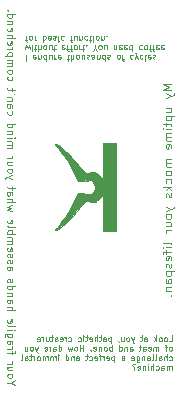
<source format=gbr>
%TF.GenerationSoftware,KiCad,Pcbnew,9.0.5*%
%TF.CreationDate,2025-12-09T16:25:26-06:00*%
%TF.ProjectId,KBoardV1,4b426f61-7264-4563-912e-6b696361645f,rev?*%
%TF.SameCoordinates,Original*%
%TF.FileFunction,Legend,Bot*%
%TF.FilePolarity,Positive*%
%FSLAX46Y46*%
G04 Gerber Fmt 4.6, Leading zero omitted, Abs format (unit mm)*
G04 Created by KiCad (PCBNEW 9.0.5) date 2025-12-09 16:25:26*
%MOMM*%
%LPD*%
G01*
G04 APERTURE LIST*
%ADD10C,0.062500*%
%ADD11C,0.093750*%
%ADD12C,0.081250*%
%ADD13C,0.000600*%
%ADD14C,0.100000*%
G04 APERTURE END LIST*
D10*
X59270165Y-37494384D02*
X59270165Y-37994384D01*
X60079688Y-37518194D02*
X60032069Y-37494384D01*
X60032069Y-37494384D02*
X59936831Y-37494384D01*
X59936831Y-37494384D02*
X59889212Y-37518194D01*
X59889212Y-37518194D02*
X59865403Y-37565813D01*
X59865403Y-37565813D02*
X59865403Y-37756289D01*
X59865403Y-37756289D02*
X59889212Y-37803908D01*
X59889212Y-37803908D02*
X59936831Y-37827717D01*
X59936831Y-37827717D02*
X60032069Y-37827717D01*
X60032069Y-37827717D02*
X60079688Y-37803908D01*
X60079688Y-37803908D02*
X60103498Y-37756289D01*
X60103498Y-37756289D02*
X60103498Y-37708670D01*
X60103498Y-37708670D02*
X59865403Y-37661051D01*
X60317783Y-37827717D02*
X60317783Y-37494384D01*
X60317783Y-37780098D02*
X60341593Y-37803908D01*
X60341593Y-37803908D02*
X60389212Y-37827717D01*
X60389212Y-37827717D02*
X60460640Y-37827717D01*
X60460640Y-37827717D02*
X60508259Y-37803908D01*
X60508259Y-37803908D02*
X60532069Y-37756289D01*
X60532069Y-37756289D02*
X60532069Y-37494384D01*
X60984450Y-37494384D02*
X60984450Y-37994384D01*
X60984450Y-37518194D02*
X60936831Y-37494384D01*
X60936831Y-37494384D02*
X60841593Y-37494384D01*
X60841593Y-37494384D02*
X60793974Y-37518194D01*
X60793974Y-37518194D02*
X60770164Y-37542003D01*
X60770164Y-37542003D02*
X60746355Y-37589622D01*
X60746355Y-37589622D02*
X60746355Y-37732479D01*
X60746355Y-37732479D02*
X60770164Y-37780098D01*
X60770164Y-37780098D02*
X60793974Y-37803908D01*
X60793974Y-37803908D02*
X60841593Y-37827717D01*
X60841593Y-37827717D02*
X60936831Y-37827717D01*
X60936831Y-37827717D02*
X60984450Y-37803908D01*
X61436831Y-37827717D02*
X61436831Y-37494384D01*
X61222545Y-37827717D02*
X61222545Y-37565813D01*
X61222545Y-37565813D02*
X61246355Y-37518194D01*
X61246355Y-37518194D02*
X61293974Y-37494384D01*
X61293974Y-37494384D02*
X61365402Y-37494384D01*
X61365402Y-37494384D02*
X61413021Y-37518194D01*
X61413021Y-37518194D02*
X61436831Y-37542003D01*
X61674926Y-37494384D02*
X61674926Y-37827717D01*
X61674926Y-37732479D02*
X61698736Y-37780098D01*
X61698736Y-37780098D02*
X61722545Y-37803908D01*
X61722545Y-37803908D02*
X61770164Y-37827717D01*
X61770164Y-37827717D02*
X61817783Y-37827717D01*
X62174926Y-37518194D02*
X62127307Y-37494384D01*
X62127307Y-37494384D02*
X62032069Y-37494384D01*
X62032069Y-37494384D02*
X61984450Y-37518194D01*
X61984450Y-37518194D02*
X61960641Y-37565813D01*
X61960641Y-37565813D02*
X61960641Y-37756289D01*
X61960641Y-37756289D02*
X61984450Y-37803908D01*
X61984450Y-37803908D02*
X62032069Y-37827717D01*
X62032069Y-37827717D02*
X62127307Y-37827717D01*
X62127307Y-37827717D02*
X62174926Y-37803908D01*
X62174926Y-37803908D02*
X62198736Y-37756289D01*
X62198736Y-37756289D02*
X62198736Y-37708670D01*
X62198736Y-37708670D02*
X61960641Y-37661051D01*
X62722545Y-37827717D02*
X62913021Y-37827717D01*
X62793973Y-37994384D02*
X62793973Y-37565813D01*
X62793973Y-37565813D02*
X62817783Y-37518194D01*
X62817783Y-37518194D02*
X62865402Y-37494384D01*
X62865402Y-37494384D02*
X62913021Y-37494384D01*
X63079687Y-37494384D02*
X63079687Y-37994384D01*
X63293973Y-37494384D02*
X63293973Y-37756289D01*
X63293973Y-37756289D02*
X63270163Y-37803908D01*
X63270163Y-37803908D02*
X63222544Y-37827717D01*
X63222544Y-37827717D02*
X63151116Y-37827717D01*
X63151116Y-37827717D02*
X63103497Y-37803908D01*
X63103497Y-37803908D02*
X63079687Y-37780098D01*
X63603497Y-37494384D02*
X63555878Y-37518194D01*
X63555878Y-37518194D02*
X63532068Y-37542003D01*
X63532068Y-37542003D02*
X63508259Y-37589622D01*
X63508259Y-37589622D02*
X63508259Y-37732479D01*
X63508259Y-37732479D02*
X63532068Y-37780098D01*
X63532068Y-37780098D02*
X63555878Y-37803908D01*
X63555878Y-37803908D02*
X63603497Y-37827717D01*
X63603497Y-37827717D02*
X63674925Y-37827717D01*
X63674925Y-37827717D02*
X63722544Y-37803908D01*
X63722544Y-37803908D02*
X63746354Y-37780098D01*
X63746354Y-37780098D02*
X63770163Y-37732479D01*
X63770163Y-37732479D02*
X63770163Y-37589622D01*
X63770163Y-37589622D02*
X63746354Y-37542003D01*
X63746354Y-37542003D02*
X63722544Y-37518194D01*
X63722544Y-37518194D02*
X63674925Y-37494384D01*
X63674925Y-37494384D02*
X63603497Y-37494384D01*
X64198735Y-37827717D02*
X64198735Y-37494384D01*
X63984449Y-37827717D02*
X63984449Y-37565813D01*
X63984449Y-37565813D02*
X64008259Y-37518194D01*
X64008259Y-37518194D02*
X64055878Y-37494384D01*
X64055878Y-37494384D02*
X64127306Y-37494384D01*
X64127306Y-37494384D02*
X64174925Y-37518194D01*
X64174925Y-37518194D02*
X64198735Y-37542003D01*
X64413021Y-37518194D02*
X64460640Y-37494384D01*
X64460640Y-37494384D02*
X64555878Y-37494384D01*
X64555878Y-37494384D02*
X64603497Y-37518194D01*
X64603497Y-37518194D02*
X64627306Y-37565813D01*
X64627306Y-37565813D02*
X64627306Y-37589622D01*
X64627306Y-37589622D02*
X64603497Y-37637241D01*
X64603497Y-37637241D02*
X64555878Y-37661051D01*
X64555878Y-37661051D02*
X64484449Y-37661051D01*
X64484449Y-37661051D02*
X64436830Y-37684860D01*
X64436830Y-37684860D02*
X64413021Y-37732479D01*
X64413021Y-37732479D02*
X64413021Y-37756289D01*
X64413021Y-37756289D02*
X64436830Y-37803908D01*
X64436830Y-37803908D02*
X64484449Y-37827717D01*
X64484449Y-37827717D02*
X64555878Y-37827717D01*
X64555878Y-37827717D02*
X64603497Y-37803908D01*
X65055878Y-37494384D02*
X65055878Y-37756289D01*
X65055878Y-37756289D02*
X65032068Y-37803908D01*
X65032068Y-37803908D02*
X64984449Y-37827717D01*
X64984449Y-37827717D02*
X64889211Y-37827717D01*
X64889211Y-37827717D02*
X64841592Y-37803908D01*
X65055878Y-37518194D02*
X65008259Y-37494384D01*
X65008259Y-37494384D02*
X64889211Y-37494384D01*
X64889211Y-37494384D02*
X64841592Y-37518194D01*
X64841592Y-37518194D02*
X64817783Y-37565813D01*
X64817783Y-37565813D02*
X64817783Y-37613432D01*
X64817783Y-37613432D02*
X64841592Y-37661051D01*
X64841592Y-37661051D02*
X64889211Y-37684860D01*
X64889211Y-37684860D02*
X65008259Y-37684860D01*
X65008259Y-37684860D02*
X65055878Y-37708670D01*
X65293973Y-37827717D02*
X65293973Y-37494384D01*
X65293973Y-37780098D02*
X65317783Y-37803908D01*
X65317783Y-37803908D02*
X65365402Y-37827717D01*
X65365402Y-37827717D02*
X65436830Y-37827717D01*
X65436830Y-37827717D02*
X65484449Y-37803908D01*
X65484449Y-37803908D02*
X65508259Y-37756289D01*
X65508259Y-37756289D02*
X65508259Y-37494384D01*
X65960640Y-37494384D02*
X65960640Y-37994384D01*
X65960640Y-37518194D02*
X65913021Y-37494384D01*
X65913021Y-37494384D02*
X65817783Y-37494384D01*
X65817783Y-37494384D02*
X65770164Y-37518194D01*
X65770164Y-37518194D02*
X65746354Y-37542003D01*
X65746354Y-37542003D02*
X65722545Y-37589622D01*
X65722545Y-37589622D02*
X65722545Y-37732479D01*
X65722545Y-37732479D02*
X65746354Y-37780098D01*
X65746354Y-37780098D02*
X65770164Y-37803908D01*
X65770164Y-37803908D02*
X65817783Y-37827717D01*
X65817783Y-37827717D02*
X65913021Y-37827717D01*
X65913021Y-37827717D02*
X65960640Y-37803908D01*
X66174926Y-37518194D02*
X66222545Y-37494384D01*
X66222545Y-37494384D02*
X66317783Y-37494384D01*
X66317783Y-37494384D02*
X66365402Y-37518194D01*
X66365402Y-37518194D02*
X66389211Y-37565813D01*
X66389211Y-37565813D02*
X66389211Y-37589622D01*
X66389211Y-37589622D02*
X66365402Y-37637241D01*
X66365402Y-37637241D02*
X66317783Y-37661051D01*
X66317783Y-37661051D02*
X66246354Y-37661051D01*
X66246354Y-37661051D02*
X66198735Y-37684860D01*
X66198735Y-37684860D02*
X66174926Y-37732479D01*
X66174926Y-37732479D02*
X66174926Y-37756289D01*
X66174926Y-37756289D02*
X66198735Y-37803908D01*
X66198735Y-37803908D02*
X66246354Y-37827717D01*
X66246354Y-37827717D02*
X66317783Y-37827717D01*
X66317783Y-37827717D02*
X66365402Y-37803908D01*
X67055878Y-37494384D02*
X67008259Y-37518194D01*
X67008259Y-37518194D02*
X66984449Y-37542003D01*
X66984449Y-37542003D02*
X66960640Y-37589622D01*
X66960640Y-37589622D02*
X66960640Y-37732479D01*
X66960640Y-37732479D02*
X66984449Y-37780098D01*
X66984449Y-37780098D02*
X67008259Y-37803908D01*
X67008259Y-37803908D02*
X67055878Y-37827717D01*
X67055878Y-37827717D02*
X67127306Y-37827717D01*
X67127306Y-37827717D02*
X67174925Y-37803908D01*
X67174925Y-37803908D02*
X67198735Y-37780098D01*
X67198735Y-37780098D02*
X67222544Y-37732479D01*
X67222544Y-37732479D02*
X67222544Y-37589622D01*
X67222544Y-37589622D02*
X67198735Y-37542003D01*
X67198735Y-37542003D02*
X67174925Y-37518194D01*
X67174925Y-37518194D02*
X67127306Y-37494384D01*
X67127306Y-37494384D02*
X67055878Y-37494384D01*
X67365402Y-37827717D02*
X67555878Y-37827717D01*
X67436830Y-37494384D02*
X67436830Y-37922955D01*
X67436830Y-37922955D02*
X67460640Y-37970574D01*
X67460640Y-37970574D02*
X67508259Y-37994384D01*
X67508259Y-37994384D02*
X67555878Y-37994384D01*
X68317782Y-37518194D02*
X68270163Y-37494384D01*
X68270163Y-37494384D02*
X68174925Y-37494384D01*
X68174925Y-37494384D02*
X68127306Y-37518194D01*
X68127306Y-37518194D02*
X68103496Y-37542003D01*
X68103496Y-37542003D02*
X68079687Y-37589622D01*
X68079687Y-37589622D02*
X68079687Y-37732479D01*
X68079687Y-37732479D02*
X68103496Y-37780098D01*
X68103496Y-37780098D02*
X68127306Y-37803908D01*
X68127306Y-37803908D02*
X68174925Y-37827717D01*
X68174925Y-37827717D02*
X68270163Y-37827717D01*
X68270163Y-37827717D02*
X68317782Y-37803908D01*
X68484448Y-37827717D02*
X68603496Y-37494384D01*
X68722543Y-37827717D02*
X68603496Y-37494384D01*
X68603496Y-37494384D02*
X68555877Y-37375336D01*
X68555877Y-37375336D02*
X68532067Y-37351527D01*
X68532067Y-37351527D02*
X68484448Y-37327717D01*
X69127305Y-37518194D02*
X69079686Y-37494384D01*
X69079686Y-37494384D02*
X68984448Y-37494384D01*
X68984448Y-37494384D02*
X68936829Y-37518194D01*
X68936829Y-37518194D02*
X68913019Y-37542003D01*
X68913019Y-37542003D02*
X68889210Y-37589622D01*
X68889210Y-37589622D02*
X68889210Y-37732479D01*
X68889210Y-37732479D02*
X68913019Y-37780098D01*
X68913019Y-37780098D02*
X68936829Y-37803908D01*
X68936829Y-37803908D02*
X68984448Y-37827717D01*
X68984448Y-37827717D02*
X69079686Y-37827717D01*
X69079686Y-37827717D02*
X69127305Y-37803908D01*
X69413019Y-37494384D02*
X69365400Y-37518194D01*
X69365400Y-37518194D02*
X69341590Y-37565813D01*
X69341590Y-37565813D02*
X69341590Y-37994384D01*
X69793971Y-37518194D02*
X69746352Y-37494384D01*
X69746352Y-37494384D02*
X69651114Y-37494384D01*
X69651114Y-37494384D02*
X69603495Y-37518194D01*
X69603495Y-37518194D02*
X69579686Y-37565813D01*
X69579686Y-37565813D02*
X69579686Y-37756289D01*
X69579686Y-37756289D02*
X69603495Y-37803908D01*
X69603495Y-37803908D02*
X69651114Y-37827717D01*
X69651114Y-37827717D02*
X69746352Y-37827717D01*
X69746352Y-37827717D02*
X69793971Y-37803908D01*
X69793971Y-37803908D02*
X69817781Y-37756289D01*
X69817781Y-37756289D02*
X69817781Y-37708670D01*
X69817781Y-37708670D02*
X69579686Y-37661051D01*
X70008257Y-37518194D02*
X70055876Y-37494384D01*
X70055876Y-37494384D02*
X70151114Y-37494384D01*
X70151114Y-37494384D02*
X70198733Y-37518194D01*
X70198733Y-37518194D02*
X70222542Y-37565813D01*
X70222542Y-37565813D02*
X70222542Y-37589622D01*
X70222542Y-37589622D02*
X70198733Y-37637241D01*
X70198733Y-37637241D02*
X70151114Y-37661051D01*
X70151114Y-37661051D02*
X70079685Y-37661051D01*
X70079685Y-37661051D02*
X70032066Y-37684860D01*
X70032066Y-37684860D02*
X70008257Y-37732479D01*
X70008257Y-37732479D02*
X70008257Y-37756289D01*
X70008257Y-37756289D02*
X70032066Y-37803908D01*
X70032066Y-37803908D02*
X70079685Y-37827717D01*
X70079685Y-37827717D02*
X70151114Y-37827717D01*
X70151114Y-37827717D02*
X70198733Y-37803908D01*
X59222546Y-37022745D02*
X59317784Y-36689412D01*
X59317784Y-36689412D02*
X59413022Y-36927507D01*
X59413022Y-36927507D02*
X59508260Y-36689412D01*
X59508260Y-36689412D02*
X59603498Y-37022745D01*
X59793975Y-36689412D02*
X59793975Y-37022745D01*
X59793975Y-37189412D02*
X59770166Y-37165602D01*
X59770166Y-37165602D02*
X59793975Y-37141793D01*
X59793975Y-37141793D02*
X59817785Y-37165602D01*
X59817785Y-37165602D02*
X59793975Y-37189412D01*
X59793975Y-37189412D02*
X59793975Y-37141793D01*
X59960642Y-37022745D02*
X60151118Y-37022745D01*
X60032070Y-37189412D02*
X60032070Y-36760841D01*
X60032070Y-36760841D02*
X60055880Y-36713222D01*
X60055880Y-36713222D02*
X60103499Y-36689412D01*
X60103499Y-36689412D02*
X60151118Y-36689412D01*
X60317784Y-36689412D02*
X60317784Y-37189412D01*
X60532070Y-36689412D02*
X60532070Y-36951317D01*
X60532070Y-36951317D02*
X60508260Y-36998936D01*
X60508260Y-36998936D02*
X60460641Y-37022745D01*
X60460641Y-37022745D02*
X60389213Y-37022745D01*
X60389213Y-37022745D02*
X60341594Y-36998936D01*
X60341594Y-36998936D02*
X60317784Y-36975126D01*
X60841594Y-36689412D02*
X60793975Y-36713222D01*
X60793975Y-36713222D02*
X60770165Y-36737031D01*
X60770165Y-36737031D02*
X60746356Y-36784650D01*
X60746356Y-36784650D02*
X60746356Y-36927507D01*
X60746356Y-36927507D02*
X60770165Y-36975126D01*
X60770165Y-36975126D02*
X60793975Y-36998936D01*
X60793975Y-36998936D02*
X60841594Y-37022745D01*
X60841594Y-37022745D02*
X60913022Y-37022745D01*
X60913022Y-37022745D02*
X60960641Y-36998936D01*
X60960641Y-36998936D02*
X60984451Y-36975126D01*
X60984451Y-36975126D02*
X61008260Y-36927507D01*
X61008260Y-36927507D02*
X61008260Y-36784650D01*
X61008260Y-36784650D02*
X60984451Y-36737031D01*
X60984451Y-36737031D02*
X60960641Y-36713222D01*
X60960641Y-36713222D02*
X60913022Y-36689412D01*
X60913022Y-36689412D02*
X60841594Y-36689412D01*
X61436832Y-37022745D02*
X61436832Y-36689412D01*
X61222546Y-37022745D02*
X61222546Y-36760841D01*
X61222546Y-36760841D02*
X61246356Y-36713222D01*
X61246356Y-36713222D02*
X61293975Y-36689412D01*
X61293975Y-36689412D02*
X61365403Y-36689412D01*
X61365403Y-36689412D02*
X61413022Y-36713222D01*
X61413022Y-36713222D02*
X61436832Y-36737031D01*
X61603499Y-37022745D02*
X61793975Y-37022745D01*
X61674927Y-37189412D02*
X61674927Y-36760841D01*
X61674927Y-36760841D02*
X61698737Y-36713222D01*
X61698737Y-36713222D02*
X61746356Y-36689412D01*
X61746356Y-36689412D02*
X61793975Y-36689412D01*
X62532069Y-36713222D02*
X62484450Y-36689412D01*
X62484450Y-36689412D02*
X62389212Y-36689412D01*
X62389212Y-36689412D02*
X62341593Y-36713222D01*
X62341593Y-36713222D02*
X62317784Y-36760841D01*
X62317784Y-36760841D02*
X62317784Y-36951317D01*
X62317784Y-36951317D02*
X62341593Y-36998936D01*
X62341593Y-36998936D02*
X62389212Y-37022745D01*
X62389212Y-37022745D02*
X62484450Y-37022745D01*
X62484450Y-37022745D02*
X62532069Y-36998936D01*
X62532069Y-36998936D02*
X62555879Y-36951317D01*
X62555879Y-36951317D02*
X62555879Y-36903698D01*
X62555879Y-36903698D02*
X62317784Y-36856079D01*
X62698736Y-37022745D02*
X62889212Y-37022745D01*
X62770164Y-36689412D02*
X62770164Y-37117983D01*
X62770164Y-37117983D02*
X62793974Y-37165602D01*
X62793974Y-37165602D02*
X62841593Y-37189412D01*
X62841593Y-37189412D02*
X62889212Y-37189412D01*
X62984450Y-37022745D02*
X63174926Y-37022745D01*
X63055878Y-36689412D02*
X63055878Y-37117983D01*
X63055878Y-37117983D02*
X63079688Y-37165602D01*
X63079688Y-37165602D02*
X63127307Y-37189412D01*
X63127307Y-37189412D02*
X63174926Y-37189412D01*
X63413021Y-36689412D02*
X63365402Y-36713222D01*
X63365402Y-36713222D02*
X63341592Y-36737031D01*
X63341592Y-36737031D02*
X63317783Y-36784650D01*
X63317783Y-36784650D02*
X63317783Y-36927507D01*
X63317783Y-36927507D02*
X63341592Y-36975126D01*
X63341592Y-36975126D02*
X63365402Y-36998936D01*
X63365402Y-36998936D02*
X63413021Y-37022745D01*
X63413021Y-37022745D02*
X63484449Y-37022745D01*
X63484449Y-37022745D02*
X63532068Y-36998936D01*
X63532068Y-36998936D02*
X63555878Y-36975126D01*
X63555878Y-36975126D02*
X63579687Y-36927507D01*
X63579687Y-36927507D02*
X63579687Y-36784650D01*
X63579687Y-36784650D02*
X63555878Y-36737031D01*
X63555878Y-36737031D02*
X63532068Y-36713222D01*
X63532068Y-36713222D02*
X63484449Y-36689412D01*
X63484449Y-36689412D02*
X63413021Y-36689412D01*
X63793973Y-36689412D02*
X63793973Y-37022745D01*
X63793973Y-36927507D02*
X63817783Y-36975126D01*
X63817783Y-36975126D02*
X63841592Y-36998936D01*
X63841592Y-36998936D02*
X63889211Y-37022745D01*
X63889211Y-37022745D02*
X63936830Y-37022745D01*
X64032069Y-37022745D02*
X64222545Y-37022745D01*
X64103497Y-37189412D02*
X64103497Y-36760841D01*
X64103497Y-36760841D02*
X64127307Y-36713222D01*
X64127307Y-36713222D02*
X64174926Y-36689412D01*
X64174926Y-36689412D02*
X64222545Y-36689412D01*
X64389211Y-36737031D02*
X64413021Y-36713222D01*
X64413021Y-36713222D02*
X64389211Y-36689412D01*
X64389211Y-36689412D02*
X64365402Y-36713222D01*
X64365402Y-36713222D02*
X64389211Y-36737031D01*
X64389211Y-36737031D02*
X64389211Y-36689412D01*
X65103496Y-36927507D02*
X65103496Y-36689412D01*
X64936830Y-37189412D02*
X65103496Y-36927507D01*
X65103496Y-36927507D02*
X65270163Y-37189412D01*
X65508258Y-36689412D02*
X65460639Y-36713222D01*
X65460639Y-36713222D02*
X65436829Y-36737031D01*
X65436829Y-36737031D02*
X65413020Y-36784650D01*
X65413020Y-36784650D02*
X65413020Y-36927507D01*
X65413020Y-36927507D02*
X65436829Y-36975126D01*
X65436829Y-36975126D02*
X65460639Y-36998936D01*
X65460639Y-36998936D02*
X65508258Y-37022745D01*
X65508258Y-37022745D02*
X65579686Y-37022745D01*
X65579686Y-37022745D02*
X65627305Y-36998936D01*
X65627305Y-36998936D02*
X65651115Y-36975126D01*
X65651115Y-36975126D02*
X65674924Y-36927507D01*
X65674924Y-36927507D02*
X65674924Y-36784650D01*
X65674924Y-36784650D02*
X65651115Y-36737031D01*
X65651115Y-36737031D02*
X65627305Y-36713222D01*
X65627305Y-36713222D02*
X65579686Y-36689412D01*
X65579686Y-36689412D02*
X65508258Y-36689412D01*
X66103496Y-37022745D02*
X66103496Y-36689412D01*
X65889210Y-37022745D02*
X65889210Y-36760841D01*
X65889210Y-36760841D02*
X65913020Y-36713222D01*
X65913020Y-36713222D02*
X65960639Y-36689412D01*
X65960639Y-36689412D02*
X66032067Y-36689412D01*
X66032067Y-36689412D02*
X66079686Y-36713222D01*
X66079686Y-36713222D02*
X66103496Y-36737031D01*
X66722543Y-37022745D02*
X66722543Y-36689412D01*
X66722543Y-36975126D02*
X66746353Y-36998936D01*
X66746353Y-36998936D02*
X66793972Y-37022745D01*
X66793972Y-37022745D02*
X66865400Y-37022745D01*
X66865400Y-37022745D02*
X66913019Y-36998936D01*
X66913019Y-36998936D02*
X66936829Y-36951317D01*
X66936829Y-36951317D02*
X66936829Y-36689412D01*
X67365400Y-36713222D02*
X67317781Y-36689412D01*
X67317781Y-36689412D02*
X67222543Y-36689412D01*
X67222543Y-36689412D02*
X67174924Y-36713222D01*
X67174924Y-36713222D02*
X67151115Y-36760841D01*
X67151115Y-36760841D02*
X67151115Y-36951317D01*
X67151115Y-36951317D02*
X67174924Y-36998936D01*
X67174924Y-36998936D02*
X67222543Y-37022745D01*
X67222543Y-37022745D02*
X67317781Y-37022745D01*
X67317781Y-37022745D02*
X67365400Y-36998936D01*
X67365400Y-36998936D02*
X67389210Y-36951317D01*
X67389210Y-36951317D02*
X67389210Y-36903698D01*
X67389210Y-36903698D02*
X67151115Y-36856079D01*
X67793971Y-36713222D02*
X67746352Y-36689412D01*
X67746352Y-36689412D02*
X67651114Y-36689412D01*
X67651114Y-36689412D02*
X67603495Y-36713222D01*
X67603495Y-36713222D02*
X67579686Y-36760841D01*
X67579686Y-36760841D02*
X67579686Y-36951317D01*
X67579686Y-36951317D02*
X67603495Y-36998936D01*
X67603495Y-36998936D02*
X67651114Y-37022745D01*
X67651114Y-37022745D02*
X67746352Y-37022745D01*
X67746352Y-37022745D02*
X67793971Y-36998936D01*
X67793971Y-36998936D02*
X67817781Y-36951317D01*
X67817781Y-36951317D02*
X67817781Y-36903698D01*
X67817781Y-36903698D02*
X67579686Y-36856079D01*
X68246352Y-36689412D02*
X68246352Y-37189412D01*
X68246352Y-36713222D02*
X68198733Y-36689412D01*
X68198733Y-36689412D02*
X68103495Y-36689412D01*
X68103495Y-36689412D02*
X68055876Y-36713222D01*
X68055876Y-36713222D02*
X68032066Y-36737031D01*
X68032066Y-36737031D02*
X68008257Y-36784650D01*
X68008257Y-36784650D02*
X68008257Y-36927507D01*
X68008257Y-36927507D02*
X68032066Y-36975126D01*
X68032066Y-36975126D02*
X68055876Y-36998936D01*
X68055876Y-36998936D02*
X68103495Y-37022745D01*
X68103495Y-37022745D02*
X68198733Y-37022745D01*
X68198733Y-37022745D02*
X68246352Y-36998936D01*
X69079685Y-36713222D02*
X69032066Y-36689412D01*
X69032066Y-36689412D02*
X68936828Y-36689412D01*
X68936828Y-36689412D02*
X68889209Y-36713222D01*
X68889209Y-36713222D02*
X68865399Y-36737031D01*
X68865399Y-36737031D02*
X68841590Y-36784650D01*
X68841590Y-36784650D02*
X68841590Y-36927507D01*
X68841590Y-36927507D02*
X68865399Y-36975126D01*
X68865399Y-36975126D02*
X68889209Y-36998936D01*
X68889209Y-36998936D02*
X68936828Y-37022745D01*
X68936828Y-37022745D02*
X69032066Y-37022745D01*
X69032066Y-37022745D02*
X69079685Y-36998936D01*
X69365399Y-36689412D02*
X69317780Y-36713222D01*
X69317780Y-36713222D02*
X69293970Y-36737031D01*
X69293970Y-36737031D02*
X69270161Y-36784650D01*
X69270161Y-36784650D02*
X69270161Y-36927507D01*
X69270161Y-36927507D02*
X69293970Y-36975126D01*
X69293970Y-36975126D02*
X69317780Y-36998936D01*
X69317780Y-36998936D02*
X69365399Y-37022745D01*
X69365399Y-37022745D02*
X69436827Y-37022745D01*
X69436827Y-37022745D02*
X69484446Y-36998936D01*
X69484446Y-36998936D02*
X69508256Y-36975126D01*
X69508256Y-36975126D02*
X69532065Y-36927507D01*
X69532065Y-36927507D02*
X69532065Y-36784650D01*
X69532065Y-36784650D02*
X69508256Y-36737031D01*
X69508256Y-36737031D02*
X69484446Y-36713222D01*
X69484446Y-36713222D02*
X69436827Y-36689412D01*
X69436827Y-36689412D02*
X69365399Y-36689412D01*
X69674923Y-37022745D02*
X69865399Y-37022745D01*
X69746351Y-36689412D02*
X69746351Y-37117983D01*
X69746351Y-37117983D02*
X69770161Y-37165602D01*
X69770161Y-37165602D02*
X69817780Y-37189412D01*
X69817780Y-37189412D02*
X69865399Y-37189412D01*
X69960637Y-37022745D02*
X70151113Y-37022745D01*
X70032065Y-36689412D02*
X70032065Y-37117983D01*
X70032065Y-37117983D02*
X70055875Y-37165602D01*
X70055875Y-37165602D02*
X70103494Y-37189412D01*
X70103494Y-37189412D02*
X70151113Y-37189412D01*
X70508255Y-36713222D02*
X70460636Y-36689412D01*
X70460636Y-36689412D02*
X70365398Y-36689412D01*
X70365398Y-36689412D02*
X70317779Y-36713222D01*
X70317779Y-36713222D02*
X70293970Y-36760841D01*
X70293970Y-36760841D02*
X70293970Y-36951317D01*
X70293970Y-36951317D02*
X70317779Y-36998936D01*
X70317779Y-36998936D02*
X70365398Y-37022745D01*
X70365398Y-37022745D02*
X70460636Y-37022745D01*
X70460636Y-37022745D02*
X70508255Y-36998936D01*
X70508255Y-36998936D02*
X70532065Y-36951317D01*
X70532065Y-36951317D02*
X70532065Y-36903698D01*
X70532065Y-36903698D02*
X70293970Y-36856079D01*
X70936826Y-36713222D02*
X70889207Y-36689412D01*
X70889207Y-36689412D02*
X70793969Y-36689412D01*
X70793969Y-36689412D02*
X70746350Y-36713222D01*
X70746350Y-36713222D02*
X70722541Y-36760841D01*
X70722541Y-36760841D02*
X70722541Y-36951317D01*
X70722541Y-36951317D02*
X70746350Y-36998936D01*
X70746350Y-36998936D02*
X70793969Y-37022745D01*
X70793969Y-37022745D02*
X70889207Y-37022745D01*
X70889207Y-37022745D02*
X70936826Y-36998936D01*
X70936826Y-36998936D02*
X70960636Y-36951317D01*
X70960636Y-36951317D02*
X70960636Y-36903698D01*
X70960636Y-36903698D02*
X70722541Y-36856079D01*
X59198737Y-36217773D02*
X59389213Y-36217773D01*
X59270165Y-35884440D02*
X59270165Y-36313011D01*
X59270165Y-36313011D02*
X59293975Y-36360630D01*
X59293975Y-36360630D02*
X59341594Y-36384440D01*
X59341594Y-36384440D02*
X59389213Y-36384440D01*
X59627308Y-35884440D02*
X59579689Y-35908250D01*
X59579689Y-35908250D02*
X59555879Y-35932059D01*
X59555879Y-35932059D02*
X59532070Y-35979678D01*
X59532070Y-35979678D02*
X59532070Y-36122535D01*
X59532070Y-36122535D02*
X59555879Y-36170154D01*
X59555879Y-36170154D02*
X59579689Y-36193964D01*
X59579689Y-36193964D02*
X59627308Y-36217773D01*
X59627308Y-36217773D02*
X59698736Y-36217773D01*
X59698736Y-36217773D02*
X59746355Y-36193964D01*
X59746355Y-36193964D02*
X59770165Y-36170154D01*
X59770165Y-36170154D02*
X59793974Y-36122535D01*
X59793974Y-36122535D02*
X59793974Y-35979678D01*
X59793974Y-35979678D02*
X59770165Y-35932059D01*
X59770165Y-35932059D02*
X59746355Y-35908250D01*
X59746355Y-35908250D02*
X59698736Y-35884440D01*
X59698736Y-35884440D02*
X59627308Y-35884440D01*
X60008260Y-35884440D02*
X60008260Y-36217773D01*
X60008260Y-36122535D02*
X60032070Y-36170154D01*
X60032070Y-36170154D02*
X60055879Y-36193964D01*
X60055879Y-36193964D02*
X60103498Y-36217773D01*
X60103498Y-36217773D02*
X60151117Y-36217773D01*
X60698736Y-35884440D02*
X60698736Y-36384440D01*
X60698736Y-36193964D02*
X60746355Y-36217773D01*
X60746355Y-36217773D02*
X60841593Y-36217773D01*
X60841593Y-36217773D02*
X60889212Y-36193964D01*
X60889212Y-36193964D02*
X60913022Y-36170154D01*
X60913022Y-36170154D02*
X60936831Y-36122535D01*
X60936831Y-36122535D02*
X60936831Y-35979678D01*
X60936831Y-35979678D02*
X60913022Y-35932059D01*
X60913022Y-35932059D02*
X60889212Y-35908250D01*
X60889212Y-35908250D02*
X60841593Y-35884440D01*
X60841593Y-35884440D02*
X60746355Y-35884440D01*
X60746355Y-35884440D02*
X60698736Y-35908250D01*
X61365403Y-35884440D02*
X61365403Y-36146345D01*
X61365403Y-36146345D02*
X61341593Y-36193964D01*
X61341593Y-36193964D02*
X61293974Y-36217773D01*
X61293974Y-36217773D02*
X61198736Y-36217773D01*
X61198736Y-36217773D02*
X61151117Y-36193964D01*
X61365403Y-35908250D02*
X61317784Y-35884440D01*
X61317784Y-35884440D02*
X61198736Y-35884440D01*
X61198736Y-35884440D02*
X61151117Y-35908250D01*
X61151117Y-35908250D02*
X61127308Y-35955869D01*
X61127308Y-35955869D02*
X61127308Y-36003488D01*
X61127308Y-36003488D02*
X61151117Y-36051107D01*
X61151117Y-36051107D02*
X61198736Y-36074916D01*
X61198736Y-36074916D02*
X61317784Y-36074916D01*
X61317784Y-36074916D02*
X61365403Y-36098726D01*
X61579689Y-35908250D02*
X61627308Y-35884440D01*
X61627308Y-35884440D02*
X61722546Y-35884440D01*
X61722546Y-35884440D02*
X61770165Y-35908250D01*
X61770165Y-35908250D02*
X61793974Y-35955869D01*
X61793974Y-35955869D02*
X61793974Y-35979678D01*
X61793974Y-35979678D02*
X61770165Y-36027297D01*
X61770165Y-36027297D02*
X61722546Y-36051107D01*
X61722546Y-36051107D02*
X61651117Y-36051107D01*
X61651117Y-36051107D02*
X61603498Y-36074916D01*
X61603498Y-36074916D02*
X61579689Y-36122535D01*
X61579689Y-36122535D02*
X61579689Y-36146345D01*
X61579689Y-36146345D02*
X61603498Y-36193964D01*
X61603498Y-36193964D02*
X61651117Y-36217773D01*
X61651117Y-36217773D02*
X61722546Y-36217773D01*
X61722546Y-36217773D02*
X61770165Y-36193964D01*
X62008260Y-35884440D02*
X62008260Y-36217773D01*
X62008260Y-36384440D02*
X61984451Y-36360630D01*
X61984451Y-36360630D02*
X62008260Y-36336821D01*
X62008260Y-36336821D02*
X62032070Y-36360630D01*
X62032070Y-36360630D02*
X62008260Y-36384440D01*
X62008260Y-36384440D02*
X62008260Y-36336821D01*
X62460641Y-35908250D02*
X62413022Y-35884440D01*
X62413022Y-35884440D02*
X62317784Y-35884440D01*
X62317784Y-35884440D02*
X62270165Y-35908250D01*
X62270165Y-35908250D02*
X62246355Y-35932059D01*
X62246355Y-35932059D02*
X62222546Y-35979678D01*
X62222546Y-35979678D02*
X62222546Y-36122535D01*
X62222546Y-36122535D02*
X62246355Y-36170154D01*
X62246355Y-36170154D02*
X62270165Y-36193964D01*
X62270165Y-36193964D02*
X62317784Y-36217773D01*
X62317784Y-36217773D02*
X62413022Y-36217773D01*
X62413022Y-36217773D02*
X62460641Y-36193964D01*
X62984450Y-36217773D02*
X63174926Y-36217773D01*
X63055878Y-35884440D02*
X63055878Y-36313011D01*
X63055878Y-36313011D02*
X63079688Y-36360630D01*
X63079688Y-36360630D02*
X63127307Y-36384440D01*
X63127307Y-36384440D02*
X63174926Y-36384440D01*
X63555878Y-36217773D02*
X63555878Y-35884440D01*
X63341592Y-36217773D02*
X63341592Y-35955869D01*
X63341592Y-35955869D02*
X63365402Y-35908250D01*
X63365402Y-35908250D02*
X63413021Y-35884440D01*
X63413021Y-35884440D02*
X63484449Y-35884440D01*
X63484449Y-35884440D02*
X63532068Y-35908250D01*
X63532068Y-35908250D02*
X63555878Y-35932059D01*
X63793973Y-36217773D02*
X63793973Y-35884440D01*
X63793973Y-36170154D02*
X63817783Y-36193964D01*
X63817783Y-36193964D02*
X63865402Y-36217773D01*
X63865402Y-36217773D02*
X63936830Y-36217773D01*
X63936830Y-36217773D02*
X63984449Y-36193964D01*
X63984449Y-36193964D02*
X64008259Y-36146345D01*
X64008259Y-36146345D02*
X64008259Y-35884440D01*
X64460640Y-35908250D02*
X64413021Y-35884440D01*
X64413021Y-35884440D02*
X64317783Y-35884440D01*
X64317783Y-35884440D02*
X64270164Y-35908250D01*
X64270164Y-35908250D02*
X64246354Y-35932059D01*
X64246354Y-35932059D02*
X64222545Y-35979678D01*
X64222545Y-35979678D02*
X64222545Y-36122535D01*
X64222545Y-36122535D02*
X64246354Y-36170154D01*
X64246354Y-36170154D02*
X64270164Y-36193964D01*
X64270164Y-36193964D02*
X64317783Y-36217773D01*
X64317783Y-36217773D02*
X64413021Y-36217773D01*
X64413021Y-36217773D02*
X64460640Y-36193964D01*
X64603497Y-36217773D02*
X64793973Y-36217773D01*
X64674925Y-36384440D02*
X64674925Y-35955869D01*
X64674925Y-35955869D02*
X64698735Y-35908250D01*
X64698735Y-35908250D02*
X64746354Y-35884440D01*
X64746354Y-35884440D02*
X64793973Y-35884440D01*
X64960639Y-35884440D02*
X64960639Y-36217773D01*
X64960639Y-36384440D02*
X64936830Y-36360630D01*
X64936830Y-36360630D02*
X64960639Y-36336821D01*
X64960639Y-36336821D02*
X64984449Y-36360630D01*
X64984449Y-36360630D02*
X64960639Y-36384440D01*
X64960639Y-36384440D02*
X64960639Y-36336821D01*
X65270163Y-35884440D02*
X65222544Y-35908250D01*
X65222544Y-35908250D02*
X65198734Y-35932059D01*
X65198734Y-35932059D02*
X65174925Y-35979678D01*
X65174925Y-35979678D02*
X65174925Y-36122535D01*
X65174925Y-36122535D02*
X65198734Y-36170154D01*
X65198734Y-36170154D02*
X65222544Y-36193964D01*
X65222544Y-36193964D02*
X65270163Y-36217773D01*
X65270163Y-36217773D02*
X65341591Y-36217773D01*
X65341591Y-36217773D02*
X65389210Y-36193964D01*
X65389210Y-36193964D02*
X65413020Y-36170154D01*
X65413020Y-36170154D02*
X65436829Y-36122535D01*
X65436829Y-36122535D02*
X65436829Y-35979678D01*
X65436829Y-35979678D02*
X65413020Y-35932059D01*
X65413020Y-35932059D02*
X65389210Y-35908250D01*
X65389210Y-35908250D02*
X65341591Y-35884440D01*
X65341591Y-35884440D02*
X65270163Y-35884440D01*
X65651115Y-36217773D02*
X65651115Y-35884440D01*
X65651115Y-36170154D02*
X65674925Y-36193964D01*
X65674925Y-36193964D02*
X65722544Y-36217773D01*
X65722544Y-36217773D02*
X65793972Y-36217773D01*
X65793972Y-36217773D02*
X65841591Y-36193964D01*
X65841591Y-36193964D02*
X65865401Y-36146345D01*
X65865401Y-36146345D02*
X65865401Y-35884440D01*
X66103496Y-35932059D02*
X66127306Y-35908250D01*
X66127306Y-35908250D02*
X66103496Y-35884440D01*
X66103496Y-35884440D02*
X66079687Y-35908250D01*
X66079687Y-35908250D02*
X66103496Y-35932059D01*
X66103496Y-35932059D02*
X66103496Y-35884440D01*
D11*
X71593339Y-39990248D02*
X70843339Y-39990248D01*
X70843339Y-39990248D02*
X71379053Y-40240248D01*
X71379053Y-40240248D02*
X70843339Y-40490248D01*
X70843339Y-40490248D02*
X71593339Y-40490248D01*
X71093339Y-40775962D02*
X71593339Y-40954534D01*
X71093339Y-41133105D02*
X71593339Y-40954534D01*
X71593339Y-40954534D02*
X71771910Y-40883105D01*
X71771910Y-40883105D02*
X71807625Y-40847391D01*
X71807625Y-40847391D02*
X71843339Y-40775962D01*
X71093339Y-42311678D02*
X71593339Y-42311678D01*
X71093339Y-41990249D02*
X71486196Y-41990249D01*
X71486196Y-41990249D02*
X71557625Y-42025963D01*
X71557625Y-42025963D02*
X71593339Y-42097392D01*
X71593339Y-42097392D02*
X71593339Y-42204535D01*
X71593339Y-42204535D02*
X71557625Y-42275963D01*
X71557625Y-42275963D02*
X71521910Y-42311678D01*
X71093339Y-42668820D02*
X71843339Y-42668820D01*
X71129053Y-42668820D02*
X71093339Y-42740249D01*
X71093339Y-42740249D02*
X71093339Y-42883106D01*
X71093339Y-42883106D02*
X71129053Y-42954534D01*
X71129053Y-42954534D02*
X71164767Y-42990249D01*
X71164767Y-42990249D02*
X71236196Y-43025963D01*
X71236196Y-43025963D02*
X71450482Y-43025963D01*
X71450482Y-43025963D02*
X71521910Y-42990249D01*
X71521910Y-42990249D02*
X71557625Y-42954534D01*
X71557625Y-42954534D02*
X71593339Y-42883106D01*
X71593339Y-42883106D02*
X71593339Y-42740249D01*
X71593339Y-42740249D02*
X71557625Y-42668820D01*
X71093339Y-43240248D02*
X71093339Y-43525962D01*
X70843339Y-43347391D02*
X71486196Y-43347391D01*
X71486196Y-43347391D02*
X71557625Y-43383105D01*
X71557625Y-43383105D02*
X71593339Y-43454534D01*
X71593339Y-43454534D02*
X71593339Y-43525962D01*
X71593339Y-43775962D02*
X71093339Y-43775962D01*
X70843339Y-43775962D02*
X70879053Y-43740248D01*
X70879053Y-43740248D02*
X70914767Y-43775962D01*
X70914767Y-43775962D02*
X70879053Y-43811676D01*
X70879053Y-43811676D02*
X70843339Y-43775962D01*
X70843339Y-43775962D02*
X70914767Y-43775962D01*
X71593339Y-44133105D02*
X71093339Y-44133105D01*
X71164767Y-44133105D02*
X71129053Y-44168819D01*
X71129053Y-44168819D02*
X71093339Y-44240248D01*
X71093339Y-44240248D02*
X71093339Y-44347391D01*
X71093339Y-44347391D02*
X71129053Y-44418819D01*
X71129053Y-44418819D02*
X71200482Y-44454534D01*
X71200482Y-44454534D02*
X71593339Y-44454534D01*
X71200482Y-44454534D02*
X71129053Y-44490248D01*
X71129053Y-44490248D02*
X71093339Y-44561676D01*
X71093339Y-44561676D02*
X71093339Y-44668819D01*
X71093339Y-44668819D02*
X71129053Y-44740248D01*
X71129053Y-44740248D02*
X71200482Y-44775962D01*
X71200482Y-44775962D02*
X71593339Y-44775962D01*
X71557625Y-45418819D02*
X71593339Y-45347391D01*
X71593339Y-45347391D02*
X71593339Y-45204534D01*
X71593339Y-45204534D02*
X71557625Y-45133105D01*
X71557625Y-45133105D02*
X71486196Y-45097391D01*
X71486196Y-45097391D02*
X71200482Y-45097391D01*
X71200482Y-45097391D02*
X71129053Y-45133105D01*
X71129053Y-45133105D02*
X71093339Y-45204534D01*
X71093339Y-45204534D02*
X71093339Y-45347391D01*
X71093339Y-45347391D02*
X71129053Y-45418819D01*
X71129053Y-45418819D02*
X71200482Y-45454534D01*
X71200482Y-45454534D02*
X71271910Y-45454534D01*
X71271910Y-45454534D02*
X71343339Y-45097391D01*
X71593339Y-46347391D02*
X71093339Y-46347391D01*
X71164767Y-46347391D02*
X71129053Y-46383105D01*
X71129053Y-46383105D02*
X71093339Y-46454534D01*
X71093339Y-46454534D02*
X71093339Y-46561677D01*
X71093339Y-46561677D02*
X71129053Y-46633105D01*
X71129053Y-46633105D02*
X71200482Y-46668820D01*
X71200482Y-46668820D02*
X71593339Y-46668820D01*
X71200482Y-46668820D02*
X71129053Y-46704534D01*
X71129053Y-46704534D02*
X71093339Y-46775962D01*
X71093339Y-46775962D02*
X71093339Y-46883105D01*
X71093339Y-46883105D02*
X71129053Y-46954534D01*
X71129053Y-46954534D02*
X71200482Y-46990248D01*
X71200482Y-46990248D02*
X71593339Y-46990248D01*
X71593339Y-47454534D02*
X71557625Y-47383105D01*
X71557625Y-47383105D02*
X71521910Y-47347391D01*
X71521910Y-47347391D02*
X71450482Y-47311677D01*
X71450482Y-47311677D02*
X71236196Y-47311677D01*
X71236196Y-47311677D02*
X71164767Y-47347391D01*
X71164767Y-47347391D02*
X71129053Y-47383105D01*
X71129053Y-47383105D02*
X71093339Y-47454534D01*
X71093339Y-47454534D02*
X71093339Y-47561677D01*
X71093339Y-47561677D02*
X71129053Y-47633105D01*
X71129053Y-47633105D02*
X71164767Y-47668820D01*
X71164767Y-47668820D02*
X71236196Y-47704534D01*
X71236196Y-47704534D02*
X71450482Y-47704534D01*
X71450482Y-47704534D02*
X71521910Y-47668820D01*
X71521910Y-47668820D02*
X71557625Y-47633105D01*
X71557625Y-47633105D02*
X71593339Y-47561677D01*
X71593339Y-47561677D02*
X71593339Y-47454534D01*
X71557625Y-48347391D02*
X71593339Y-48275962D01*
X71593339Y-48275962D02*
X71593339Y-48133105D01*
X71593339Y-48133105D02*
X71557625Y-48061676D01*
X71557625Y-48061676D02*
X71521910Y-48025962D01*
X71521910Y-48025962D02*
X71450482Y-47990248D01*
X71450482Y-47990248D02*
X71236196Y-47990248D01*
X71236196Y-47990248D02*
X71164767Y-48025962D01*
X71164767Y-48025962D02*
X71129053Y-48061676D01*
X71129053Y-48061676D02*
X71093339Y-48133105D01*
X71093339Y-48133105D02*
X71093339Y-48275962D01*
X71093339Y-48275962D02*
X71129053Y-48347391D01*
X71593339Y-48668819D02*
X70843339Y-48668819D01*
X71307625Y-48740248D02*
X71593339Y-48954533D01*
X71093339Y-48954533D02*
X71379053Y-48668819D01*
X71557625Y-49240248D02*
X71593339Y-49311676D01*
X71593339Y-49311676D02*
X71593339Y-49454533D01*
X71593339Y-49454533D02*
X71557625Y-49525962D01*
X71557625Y-49525962D02*
X71486196Y-49561676D01*
X71486196Y-49561676D02*
X71450482Y-49561676D01*
X71450482Y-49561676D02*
X71379053Y-49525962D01*
X71379053Y-49525962D02*
X71343339Y-49454533D01*
X71343339Y-49454533D02*
X71343339Y-49347391D01*
X71343339Y-49347391D02*
X71307625Y-49275962D01*
X71307625Y-49275962D02*
X71236196Y-49240248D01*
X71236196Y-49240248D02*
X71200482Y-49240248D01*
X71200482Y-49240248D02*
X71129053Y-49275962D01*
X71129053Y-49275962D02*
X71093339Y-49347391D01*
X71093339Y-49347391D02*
X71093339Y-49454533D01*
X71093339Y-49454533D02*
X71129053Y-49525962D01*
X71093339Y-50383105D02*
X71593339Y-50561677D01*
X71093339Y-50740248D02*
X71593339Y-50561677D01*
X71593339Y-50561677D02*
X71771910Y-50490248D01*
X71771910Y-50490248D02*
X71807625Y-50454534D01*
X71807625Y-50454534D02*
X71843339Y-50383105D01*
X71593339Y-51133106D02*
X71557625Y-51061677D01*
X71557625Y-51061677D02*
X71521910Y-51025963D01*
X71521910Y-51025963D02*
X71450482Y-50990249D01*
X71450482Y-50990249D02*
X71236196Y-50990249D01*
X71236196Y-50990249D02*
X71164767Y-51025963D01*
X71164767Y-51025963D02*
X71129053Y-51061677D01*
X71129053Y-51061677D02*
X71093339Y-51133106D01*
X71093339Y-51133106D02*
X71093339Y-51240249D01*
X71093339Y-51240249D02*
X71129053Y-51311677D01*
X71129053Y-51311677D02*
X71164767Y-51347392D01*
X71164767Y-51347392D02*
X71236196Y-51383106D01*
X71236196Y-51383106D02*
X71450482Y-51383106D01*
X71450482Y-51383106D02*
X71521910Y-51347392D01*
X71521910Y-51347392D02*
X71557625Y-51311677D01*
X71557625Y-51311677D02*
X71593339Y-51240249D01*
X71593339Y-51240249D02*
X71593339Y-51133106D01*
X71093339Y-52025963D02*
X71593339Y-52025963D01*
X71093339Y-51704534D02*
X71486196Y-51704534D01*
X71486196Y-51704534D02*
X71557625Y-51740248D01*
X71557625Y-51740248D02*
X71593339Y-51811677D01*
X71593339Y-51811677D02*
X71593339Y-51918820D01*
X71593339Y-51918820D02*
X71557625Y-51990248D01*
X71557625Y-51990248D02*
X71521910Y-52025963D01*
X71593339Y-52383105D02*
X71093339Y-52383105D01*
X71236196Y-52383105D02*
X71164767Y-52418819D01*
X71164767Y-52418819D02*
X71129053Y-52454534D01*
X71129053Y-52454534D02*
X71093339Y-52525962D01*
X71093339Y-52525962D02*
X71093339Y-52597391D01*
X71593339Y-53525963D02*
X71557625Y-53454534D01*
X71557625Y-53454534D02*
X71486196Y-53418820D01*
X71486196Y-53418820D02*
X70843339Y-53418820D01*
X71593339Y-53811677D02*
X71093339Y-53811677D01*
X70843339Y-53811677D02*
X70879053Y-53775963D01*
X70879053Y-53775963D02*
X70914767Y-53811677D01*
X70914767Y-53811677D02*
X70879053Y-53847391D01*
X70879053Y-53847391D02*
X70843339Y-53811677D01*
X70843339Y-53811677D02*
X70914767Y-53811677D01*
X71093339Y-54061677D02*
X71093339Y-54347391D01*
X71593339Y-54168820D02*
X70950482Y-54168820D01*
X70950482Y-54168820D02*
X70879053Y-54204534D01*
X70879053Y-54204534D02*
X70843339Y-54275963D01*
X70843339Y-54275963D02*
X70843339Y-54347391D01*
X71557625Y-54883105D02*
X71593339Y-54811677D01*
X71593339Y-54811677D02*
X71593339Y-54668820D01*
X71593339Y-54668820D02*
X71557625Y-54597391D01*
X71557625Y-54597391D02*
X71486196Y-54561677D01*
X71486196Y-54561677D02*
X71200482Y-54561677D01*
X71200482Y-54561677D02*
X71129053Y-54597391D01*
X71129053Y-54597391D02*
X71093339Y-54668820D01*
X71093339Y-54668820D02*
X71093339Y-54811677D01*
X71093339Y-54811677D02*
X71129053Y-54883105D01*
X71129053Y-54883105D02*
X71200482Y-54918820D01*
X71200482Y-54918820D02*
X71271910Y-54918820D01*
X71271910Y-54918820D02*
X71343339Y-54561677D01*
X71557625Y-55204534D02*
X71593339Y-55275962D01*
X71593339Y-55275962D02*
X71593339Y-55418819D01*
X71593339Y-55418819D02*
X71557625Y-55490248D01*
X71557625Y-55490248D02*
X71486196Y-55525962D01*
X71486196Y-55525962D02*
X71450482Y-55525962D01*
X71450482Y-55525962D02*
X71379053Y-55490248D01*
X71379053Y-55490248D02*
X71343339Y-55418819D01*
X71343339Y-55418819D02*
X71343339Y-55311677D01*
X71343339Y-55311677D02*
X71307625Y-55240248D01*
X71307625Y-55240248D02*
X71236196Y-55204534D01*
X71236196Y-55204534D02*
X71200482Y-55204534D01*
X71200482Y-55204534D02*
X71129053Y-55240248D01*
X71129053Y-55240248D02*
X71093339Y-55311677D01*
X71093339Y-55311677D02*
X71093339Y-55418819D01*
X71093339Y-55418819D02*
X71129053Y-55490248D01*
X71093339Y-55847391D02*
X71843339Y-55847391D01*
X71129053Y-55847391D02*
X71093339Y-55918820D01*
X71093339Y-55918820D02*
X71093339Y-56061677D01*
X71093339Y-56061677D02*
X71129053Y-56133105D01*
X71129053Y-56133105D02*
X71164767Y-56168820D01*
X71164767Y-56168820D02*
X71236196Y-56204534D01*
X71236196Y-56204534D02*
X71450482Y-56204534D01*
X71450482Y-56204534D02*
X71521910Y-56168820D01*
X71521910Y-56168820D02*
X71557625Y-56133105D01*
X71557625Y-56133105D02*
X71593339Y-56061677D01*
X71593339Y-56061677D02*
X71593339Y-55918820D01*
X71593339Y-55918820D02*
X71557625Y-55847391D01*
X71593339Y-56847391D02*
X71200482Y-56847391D01*
X71200482Y-56847391D02*
X71129053Y-56811676D01*
X71129053Y-56811676D02*
X71093339Y-56740248D01*
X71093339Y-56740248D02*
X71093339Y-56597391D01*
X71093339Y-56597391D02*
X71129053Y-56525962D01*
X71557625Y-56847391D02*
X71593339Y-56775962D01*
X71593339Y-56775962D02*
X71593339Y-56597391D01*
X71593339Y-56597391D02*
X71557625Y-56525962D01*
X71557625Y-56525962D02*
X71486196Y-56490248D01*
X71486196Y-56490248D02*
X71414767Y-56490248D01*
X71414767Y-56490248D02*
X71343339Y-56525962D01*
X71343339Y-56525962D02*
X71307625Y-56597391D01*
X71307625Y-56597391D02*
X71307625Y-56775962D01*
X71307625Y-56775962D02*
X71271910Y-56847391D01*
X71093339Y-57204533D02*
X71593339Y-57204533D01*
X71164767Y-57204533D02*
X71129053Y-57240247D01*
X71129053Y-57240247D02*
X71093339Y-57311676D01*
X71093339Y-57311676D02*
X71093339Y-57418819D01*
X71093339Y-57418819D02*
X71129053Y-57490247D01*
X71129053Y-57490247D02*
X71200482Y-57525962D01*
X71200482Y-57525962D02*
X71593339Y-57525962D01*
X71521910Y-57883104D02*
X71557625Y-57918818D01*
X71557625Y-57918818D02*
X71593339Y-57883104D01*
X71593339Y-57883104D02*
X71557625Y-57847390D01*
X71557625Y-57847390D02*
X71521910Y-57883104D01*
X71521910Y-57883104D02*
X71593339Y-57883104D01*
D12*
X58003296Y-65257975D02*
X57693772Y-65257975D01*
X58343772Y-65474642D02*
X58003296Y-65257975D01*
X58003296Y-65257975D02*
X58343772Y-65041308D01*
X57693772Y-64731784D02*
X57724725Y-64793689D01*
X57724725Y-64793689D02*
X57755677Y-64824642D01*
X57755677Y-64824642D02*
X57817582Y-64855594D01*
X57817582Y-64855594D02*
X58003296Y-64855594D01*
X58003296Y-64855594D02*
X58065201Y-64824642D01*
X58065201Y-64824642D02*
X58096153Y-64793689D01*
X58096153Y-64793689D02*
X58127105Y-64731784D01*
X58127105Y-64731784D02*
X58127105Y-64638927D01*
X58127105Y-64638927D02*
X58096153Y-64577023D01*
X58096153Y-64577023D02*
X58065201Y-64546070D01*
X58065201Y-64546070D02*
X58003296Y-64515118D01*
X58003296Y-64515118D02*
X57817582Y-64515118D01*
X57817582Y-64515118D02*
X57755677Y-64546070D01*
X57755677Y-64546070D02*
X57724725Y-64577023D01*
X57724725Y-64577023D02*
X57693772Y-64638927D01*
X57693772Y-64638927D02*
X57693772Y-64731784D01*
X58127105Y-63957975D02*
X57693772Y-63957975D01*
X58127105Y-64236547D02*
X57786629Y-64236547D01*
X57786629Y-64236547D02*
X57724725Y-64205594D01*
X57724725Y-64205594D02*
X57693772Y-64143689D01*
X57693772Y-64143689D02*
X57693772Y-64050832D01*
X57693772Y-64050832D02*
X57724725Y-63988928D01*
X57724725Y-63988928D02*
X57755677Y-63957975D01*
X57693772Y-63648452D02*
X58127105Y-63648452D01*
X58003296Y-63648452D02*
X58065201Y-63617499D01*
X58065201Y-63617499D02*
X58096153Y-63586547D01*
X58096153Y-63586547D02*
X58127105Y-63524642D01*
X58127105Y-63524642D02*
X58127105Y-63462737D01*
X58127105Y-62843690D02*
X58127105Y-62596071D01*
X57693772Y-62750833D02*
X58250915Y-62750833D01*
X58250915Y-62750833D02*
X58312820Y-62719880D01*
X58312820Y-62719880D02*
X58343772Y-62657975D01*
X58343772Y-62657975D02*
X58343772Y-62596071D01*
X57693772Y-62379404D02*
X58127105Y-62379404D01*
X58003296Y-62379404D02*
X58065201Y-62348451D01*
X58065201Y-62348451D02*
X58096153Y-62317499D01*
X58096153Y-62317499D02*
X58127105Y-62255594D01*
X58127105Y-62255594D02*
X58127105Y-62193689D01*
X57693772Y-61698451D02*
X58034248Y-61698451D01*
X58034248Y-61698451D02*
X58096153Y-61729404D01*
X58096153Y-61729404D02*
X58127105Y-61791308D01*
X58127105Y-61791308D02*
X58127105Y-61915118D01*
X58127105Y-61915118D02*
X58096153Y-61977023D01*
X57724725Y-61698451D02*
X57693772Y-61760356D01*
X57693772Y-61760356D02*
X57693772Y-61915118D01*
X57693772Y-61915118D02*
X57724725Y-61977023D01*
X57724725Y-61977023D02*
X57786629Y-62007975D01*
X57786629Y-62007975D02*
X57848534Y-62007975D01*
X57848534Y-62007975D02*
X57910439Y-61977023D01*
X57910439Y-61977023D02*
X57941391Y-61915118D01*
X57941391Y-61915118D02*
X57941391Y-61760356D01*
X57941391Y-61760356D02*
X57972344Y-61698451D01*
X58127105Y-61110356D02*
X57600915Y-61110356D01*
X57600915Y-61110356D02*
X57539010Y-61141309D01*
X57539010Y-61141309D02*
X57508058Y-61172261D01*
X57508058Y-61172261D02*
X57477105Y-61234166D01*
X57477105Y-61234166D02*
X57477105Y-61327023D01*
X57477105Y-61327023D02*
X57508058Y-61388928D01*
X57724725Y-61110356D02*
X57693772Y-61172261D01*
X57693772Y-61172261D02*
X57693772Y-61296070D01*
X57693772Y-61296070D02*
X57724725Y-61357975D01*
X57724725Y-61357975D02*
X57755677Y-61388928D01*
X57755677Y-61388928D02*
X57817582Y-61419880D01*
X57817582Y-61419880D02*
X58003296Y-61419880D01*
X58003296Y-61419880D02*
X58065201Y-61388928D01*
X58065201Y-61388928D02*
X58096153Y-61357975D01*
X58096153Y-61357975D02*
X58127105Y-61296070D01*
X58127105Y-61296070D02*
X58127105Y-61172261D01*
X58127105Y-61172261D02*
X58096153Y-61110356D01*
X57693772Y-60800833D02*
X58127105Y-60800833D01*
X58343772Y-60800833D02*
X58312820Y-60831785D01*
X58312820Y-60831785D02*
X58281867Y-60800833D01*
X58281867Y-60800833D02*
X58312820Y-60769880D01*
X58312820Y-60769880D02*
X58343772Y-60800833D01*
X58343772Y-60800833D02*
X58281867Y-60800833D01*
X57693772Y-60398451D02*
X57724725Y-60460356D01*
X57724725Y-60460356D02*
X57786629Y-60491309D01*
X57786629Y-60491309D02*
X58343772Y-60491309D01*
X57724725Y-59903214D02*
X57693772Y-59965118D01*
X57693772Y-59965118D02*
X57693772Y-60088928D01*
X57693772Y-60088928D02*
X57724725Y-60150833D01*
X57724725Y-60150833D02*
X57786629Y-60181785D01*
X57786629Y-60181785D02*
X58034248Y-60181785D01*
X58034248Y-60181785D02*
X58096153Y-60150833D01*
X58096153Y-60150833D02*
X58127105Y-60088928D01*
X58127105Y-60088928D02*
X58127105Y-59965118D01*
X58127105Y-59965118D02*
X58096153Y-59903214D01*
X58096153Y-59903214D02*
X58034248Y-59872261D01*
X58034248Y-59872261D02*
X57972344Y-59872261D01*
X57972344Y-59872261D02*
X57910439Y-60181785D01*
X57693772Y-59098452D02*
X58343772Y-59098452D01*
X57693772Y-58819880D02*
X58034248Y-58819880D01*
X58034248Y-58819880D02*
X58096153Y-58850833D01*
X58096153Y-58850833D02*
X58127105Y-58912737D01*
X58127105Y-58912737D02*
X58127105Y-59005594D01*
X58127105Y-59005594D02*
X58096153Y-59067499D01*
X58096153Y-59067499D02*
X58065201Y-59098452D01*
X57693772Y-58231785D02*
X58034248Y-58231785D01*
X58034248Y-58231785D02*
X58096153Y-58262738D01*
X58096153Y-58262738D02*
X58127105Y-58324642D01*
X58127105Y-58324642D02*
X58127105Y-58448452D01*
X58127105Y-58448452D02*
X58096153Y-58510357D01*
X57724725Y-58231785D02*
X57693772Y-58293690D01*
X57693772Y-58293690D02*
X57693772Y-58448452D01*
X57693772Y-58448452D02*
X57724725Y-58510357D01*
X57724725Y-58510357D02*
X57786629Y-58541309D01*
X57786629Y-58541309D02*
X57848534Y-58541309D01*
X57848534Y-58541309D02*
X57910439Y-58510357D01*
X57910439Y-58510357D02*
X57941391Y-58448452D01*
X57941391Y-58448452D02*
X57941391Y-58293690D01*
X57941391Y-58293690D02*
X57972344Y-58231785D01*
X58127105Y-57922262D02*
X57693772Y-57922262D01*
X58065201Y-57922262D02*
X58096153Y-57891309D01*
X58096153Y-57891309D02*
X58127105Y-57829404D01*
X58127105Y-57829404D02*
X58127105Y-57736547D01*
X58127105Y-57736547D02*
X58096153Y-57674643D01*
X58096153Y-57674643D02*
X58034248Y-57643690D01*
X58034248Y-57643690D02*
X57693772Y-57643690D01*
X57693772Y-57055595D02*
X58343772Y-57055595D01*
X57724725Y-57055595D02*
X57693772Y-57117500D01*
X57693772Y-57117500D02*
X57693772Y-57241309D01*
X57693772Y-57241309D02*
X57724725Y-57303214D01*
X57724725Y-57303214D02*
X57755677Y-57334167D01*
X57755677Y-57334167D02*
X57817582Y-57365119D01*
X57817582Y-57365119D02*
X58003296Y-57365119D01*
X58003296Y-57365119D02*
X58065201Y-57334167D01*
X58065201Y-57334167D02*
X58096153Y-57303214D01*
X58096153Y-57303214D02*
X58127105Y-57241309D01*
X58127105Y-57241309D02*
X58127105Y-57117500D01*
X58127105Y-57117500D02*
X58096153Y-57055595D01*
X57724725Y-56777024D02*
X57693772Y-56715119D01*
X57693772Y-56715119D02*
X57693772Y-56591310D01*
X57693772Y-56591310D02*
X57724725Y-56529405D01*
X57724725Y-56529405D02*
X57786629Y-56498453D01*
X57786629Y-56498453D02*
X57817582Y-56498453D01*
X57817582Y-56498453D02*
X57879486Y-56529405D01*
X57879486Y-56529405D02*
X57910439Y-56591310D01*
X57910439Y-56591310D02*
X57910439Y-56684167D01*
X57910439Y-56684167D02*
X57941391Y-56746072D01*
X57941391Y-56746072D02*
X58003296Y-56777024D01*
X58003296Y-56777024D02*
X58034248Y-56777024D01*
X58034248Y-56777024D02*
X58096153Y-56746072D01*
X58096153Y-56746072D02*
X58127105Y-56684167D01*
X58127105Y-56684167D02*
X58127105Y-56591310D01*
X58127105Y-56591310D02*
X58096153Y-56529405D01*
X57693772Y-55446072D02*
X58034248Y-55446072D01*
X58034248Y-55446072D02*
X58096153Y-55477025D01*
X58096153Y-55477025D02*
X58127105Y-55538929D01*
X58127105Y-55538929D02*
X58127105Y-55662739D01*
X58127105Y-55662739D02*
X58096153Y-55724644D01*
X57724725Y-55446072D02*
X57693772Y-55507977D01*
X57693772Y-55507977D02*
X57693772Y-55662739D01*
X57693772Y-55662739D02*
X57724725Y-55724644D01*
X57724725Y-55724644D02*
X57786629Y-55755596D01*
X57786629Y-55755596D02*
X57848534Y-55755596D01*
X57848534Y-55755596D02*
X57910439Y-55724644D01*
X57910439Y-55724644D02*
X57941391Y-55662739D01*
X57941391Y-55662739D02*
X57941391Y-55507977D01*
X57941391Y-55507977D02*
X57972344Y-55446072D01*
X57724725Y-55167501D02*
X57693772Y-55105596D01*
X57693772Y-55105596D02*
X57693772Y-54981787D01*
X57693772Y-54981787D02*
X57724725Y-54919882D01*
X57724725Y-54919882D02*
X57786629Y-54888930D01*
X57786629Y-54888930D02*
X57817582Y-54888930D01*
X57817582Y-54888930D02*
X57879486Y-54919882D01*
X57879486Y-54919882D02*
X57910439Y-54981787D01*
X57910439Y-54981787D02*
X57910439Y-55074644D01*
X57910439Y-55074644D02*
X57941391Y-55136549D01*
X57941391Y-55136549D02*
X58003296Y-55167501D01*
X58003296Y-55167501D02*
X58034248Y-55167501D01*
X58034248Y-55167501D02*
X58096153Y-55136549D01*
X58096153Y-55136549D02*
X58127105Y-55074644D01*
X58127105Y-55074644D02*
X58127105Y-54981787D01*
X58127105Y-54981787D02*
X58096153Y-54919882D01*
X57724725Y-54641311D02*
X57693772Y-54579406D01*
X57693772Y-54579406D02*
X57693772Y-54455597D01*
X57693772Y-54455597D02*
X57724725Y-54393692D01*
X57724725Y-54393692D02*
X57786629Y-54362740D01*
X57786629Y-54362740D02*
X57817582Y-54362740D01*
X57817582Y-54362740D02*
X57879486Y-54393692D01*
X57879486Y-54393692D02*
X57910439Y-54455597D01*
X57910439Y-54455597D02*
X57910439Y-54548454D01*
X57910439Y-54548454D02*
X57941391Y-54610359D01*
X57941391Y-54610359D02*
X58003296Y-54641311D01*
X58003296Y-54641311D02*
X58034248Y-54641311D01*
X58034248Y-54641311D02*
X58096153Y-54610359D01*
X58096153Y-54610359D02*
X58127105Y-54548454D01*
X58127105Y-54548454D02*
X58127105Y-54455597D01*
X58127105Y-54455597D02*
X58096153Y-54393692D01*
X57724725Y-53836550D02*
X57693772Y-53898454D01*
X57693772Y-53898454D02*
X57693772Y-54022264D01*
X57693772Y-54022264D02*
X57724725Y-54084169D01*
X57724725Y-54084169D02*
X57786629Y-54115121D01*
X57786629Y-54115121D02*
X58034248Y-54115121D01*
X58034248Y-54115121D02*
X58096153Y-54084169D01*
X58096153Y-54084169D02*
X58127105Y-54022264D01*
X58127105Y-54022264D02*
X58127105Y-53898454D01*
X58127105Y-53898454D02*
X58096153Y-53836550D01*
X58096153Y-53836550D02*
X58034248Y-53805597D01*
X58034248Y-53805597D02*
X57972344Y-53805597D01*
X57972344Y-53805597D02*
X57910439Y-54115121D01*
X57693772Y-53527026D02*
X58127105Y-53527026D01*
X58065201Y-53527026D02*
X58096153Y-53496073D01*
X58096153Y-53496073D02*
X58127105Y-53434168D01*
X58127105Y-53434168D02*
X58127105Y-53341311D01*
X58127105Y-53341311D02*
X58096153Y-53279407D01*
X58096153Y-53279407D02*
X58034248Y-53248454D01*
X58034248Y-53248454D02*
X57693772Y-53248454D01*
X58034248Y-53248454D02*
X58096153Y-53217502D01*
X58096153Y-53217502D02*
X58127105Y-53155597D01*
X58127105Y-53155597D02*
X58127105Y-53062740D01*
X58127105Y-53062740D02*
X58096153Y-53000835D01*
X58096153Y-53000835D02*
X58034248Y-52969883D01*
X58034248Y-52969883D02*
X57693772Y-52969883D01*
X57693772Y-52660359D02*
X58343772Y-52660359D01*
X58096153Y-52660359D02*
X58127105Y-52598454D01*
X58127105Y-52598454D02*
X58127105Y-52474644D01*
X58127105Y-52474644D02*
X58096153Y-52412740D01*
X58096153Y-52412740D02*
X58065201Y-52381787D01*
X58065201Y-52381787D02*
X58003296Y-52350835D01*
X58003296Y-52350835D02*
X57817582Y-52350835D01*
X57817582Y-52350835D02*
X57755677Y-52381787D01*
X57755677Y-52381787D02*
X57724725Y-52412740D01*
X57724725Y-52412740D02*
X57693772Y-52474644D01*
X57693772Y-52474644D02*
X57693772Y-52598454D01*
X57693772Y-52598454D02*
X57724725Y-52660359D01*
X57693772Y-51979406D02*
X57724725Y-52041311D01*
X57724725Y-52041311D02*
X57786629Y-52072264D01*
X57786629Y-52072264D02*
X58343772Y-52072264D01*
X57724725Y-51484169D02*
X57693772Y-51546073D01*
X57693772Y-51546073D02*
X57693772Y-51669883D01*
X57693772Y-51669883D02*
X57724725Y-51731788D01*
X57724725Y-51731788D02*
X57786629Y-51762740D01*
X57786629Y-51762740D02*
X58034248Y-51762740D01*
X58034248Y-51762740D02*
X58096153Y-51731788D01*
X58096153Y-51731788D02*
X58127105Y-51669883D01*
X58127105Y-51669883D02*
X58127105Y-51546073D01*
X58127105Y-51546073D02*
X58096153Y-51484169D01*
X58096153Y-51484169D02*
X58034248Y-51453216D01*
X58034248Y-51453216D02*
X57972344Y-51453216D01*
X57972344Y-51453216D02*
X57910439Y-51762740D01*
X58127105Y-50741311D02*
X57693772Y-50617502D01*
X57693772Y-50617502D02*
X58003296Y-50493692D01*
X58003296Y-50493692D02*
X57693772Y-50369883D01*
X57693772Y-50369883D02*
X58127105Y-50246073D01*
X57693772Y-49998455D02*
X58343772Y-49998455D01*
X57693772Y-49719883D02*
X58034248Y-49719883D01*
X58034248Y-49719883D02*
X58096153Y-49750836D01*
X58096153Y-49750836D02*
X58127105Y-49812740D01*
X58127105Y-49812740D02*
X58127105Y-49905597D01*
X58127105Y-49905597D02*
X58096153Y-49967502D01*
X58096153Y-49967502D02*
X58065201Y-49998455D01*
X57693772Y-49131788D02*
X58034248Y-49131788D01*
X58034248Y-49131788D02*
X58096153Y-49162741D01*
X58096153Y-49162741D02*
X58127105Y-49224645D01*
X58127105Y-49224645D02*
X58127105Y-49348455D01*
X58127105Y-49348455D02*
X58096153Y-49410360D01*
X57724725Y-49131788D02*
X57693772Y-49193693D01*
X57693772Y-49193693D02*
X57693772Y-49348455D01*
X57693772Y-49348455D02*
X57724725Y-49410360D01*
X57724725Y-49410360D02*
X57786629Y-49441312D01*
X57786629Y-49441312D02*
X57848534Y-49441312D01*
X57848534Y-49441312D02*
X57910439Y-49410360D01*
X57910439Y-49410360D02*
X57941391Y-49348455D01*
X57941391Y-49348455D02*
X57941391Y-49193693D01*
X57941391Y-49193693D02*
X57972344Y-49131788D01*
X58127105Y-48915122D02*
X58127105Y-48667503D01*
X58343772Y-48822265D02*
X57786629Y-48822265D01*
X57786629Y-48822265D02*
X57724725Y-48791312D01*
X57724725Y-48791312D02*
X57693772Y-48729407D01*
X57693772Y-48729407D02*
X57693772Y-48667503D01*
X58127105Y-48017502D02*
X57693772Y-47862740D01*
X58127105Y-47707979D02*
X57693772Y-47862740D01*
X57693772Y-47862740D02*
X57539010Y-47924645D01*
X57539010Y-47924645D02*
X57508058Y-47955598D01*
X57508058Y-47955598D02*
X57477105Y-48017502D01*
X57693772Y-47367502D02*
X57724725Y-47429407D01*
X57724725Y-47429407D02*
X57755677Y-47460360D01*
X57755677Y-47460360D02*
X57817582Y-47491312D01*
X57817582Y-47491312D02*
X58003296Y-47491312D01*
X58003296Y-47491312D02*
X58065201Y-47460360D01*
X58065201Y-47460360D02*
X58096153Y-47429407D01*
X58096153Y-47429407D02*
X58127105Y-47367502D01*
X58127105Y-47367502D02*
X58127105Y-47274645D01*
X58127105Y-47274645D02*
X58096153Y-47212741D01*
X58096153Y-47212741D02*
X58065201Y-47181788D01*
X58065201Y-47181788D02*
X58003296Y-47150836D01*
X58003296Y-47150836D02*
X57817582Y-47150836D01*
X57817582Y-47150836D02*
X57755677Y-47181788D01*
X57755677Y-47181788D02*
X57724725Y-47212741D01*
X57724725Y-47212741D02*
X57693772Y-47274645D01*
X57693772Y-47274645D02*
X57693772Y-47367502D01*
X58127105Y-46593693D02*
X57693772Y-46593693D01*
X58127105Y-46872265D02*
X57786629Y-46872265D01*
X57786629Y-46872265D02*
X57724725Y-46841312D01*
X57724725Y-46841312D02*
X57693772Y-46779407D01*
X57693772Y-46779407D02*
X57693772Y-46686550D01*
X57693772Y-46686550D02*
X57724725Y-46624646D01*
X57724725Y-46624646D02*
X57755677Y-46593693D01*
X57693772Y-46284170D02*
X58127105Y-46284170D01*
X58003296Y-46284170D02*
X58065201Y-46253217D01*
X58065201Y-46253217D02*
X58096153Y-46222265D01*
X58096153Y-46222265D02*
X58127105Y-46160360D01*
X58127105Y-46160360D02*
X58127105Y-46098455D01*
X57693772Y-45386551D02*
X58127105Y-45386551D01*
X58065201Y-45386551D02*
X58096153Y-45355598D01*
X58096153Y-45355598D02*
X58127105Y-45293693D01*
X58127105Y-45293693D02*
X58127105Y-45200836D01*
X58127105Y-45200836D02*
X58096153Y-45138932D01*
X58096153Y-45138932D02*
X58034248Y-45107979D01*
X58034248Y-45107979D02*
X57693772Y-45107979D01*
X58034248Y-45107979D02*
X58096153Y-45077027D01*
X58096153Y-45077027D02*
X58127105Y-45015122D01*
X58127105Y-45015122D02*
X58127105Y-44922265D01*
X58127105Y-44922265D02*
X58096153Y-44860360D01*
X58096153Y-44860360D02*
X58034248Y-44829408D01*
X58034248Y-44829408D02*
X57693772Y-44829408D01*
X57693772Y-44519884D02*
X58127105Y-44519884D01*
X58343772Y-44519884D02*
X58312820Y-44550836D01*
X58312820Y-44550836D02*
X58281867Y-44519884D01*
X58281867Y-44519884D02*
X58312820Y-44488931D01*
X58312820Y-44488931D02*
X58343772Y-44519884D01*
X58343772Y-44519884D02*
X58281867Y-44519884D01*
X58127105Y-44210360D02*
X57693772Y-44210360D01*
X58065201Y-44210360D02*
X58096153Y-44179407D01*
X58096153Y-44179407D02*
X58127105Y-44117502D01*
X58127105Y-44117502D02*
X58127105Y-44024645D01*
X58127105Y-44024645D02*
X58096153Y-43962741D01*
X58096153Y-43962741D02*
X58034248Y-43931788D01*
X58034248Y-43931788D02*
X57693772Y-43931788D01*
X57693772Y-43343693D02*
X58343772Y-43343693D01*
X57724725Y-43343693D02*
X57693772Y-43405598D01*
X57693772Y-43405598D02*
X57693772Y-43529407D01*
X57693772Y-43529407D02*
X57724725Y-43591312D01*
X57724725Y-43591312D02*
X57755677Y-43622265D01*
X57755677Y-43622265D02*
X57817582Y-43653217D01*
X57817582Y-43653217D02*
X58003296Y-43653217D01*
X58003296Y-43653217D02*
X58065201Y-43622265D01*
X58065201Y-43622265D02*
X58096153Y-43591312D01*
X58096153Y-43591312D02*
X58127105Y-43529407D01*
X58127105Y-43529407D02*
X58127105Y-43405598D01*
X58127105Y-43405598D02*
X58096153Y-43343693D01*
X57724725Y-42260360D02*
X57693772Y-42322265D01*
X57693772Y-42322265D02*
X57693772Y-42446074D01*
X57693772Y-42446074D02*
X57724725Y-42507979D01*
X57724725Y-42507979D02*
X57755677Y-42538932D01*
X57755677Y-42538932D02*
X57817582Y-42569884D01*
X57817582Y-42569884D02*
X58003296Y-42569884D01*
X58003296Y-42569884D02*
X58065201Y-42538932D01*
X58065201Y-42538932D02*
X58096153Y-42507979D01*
X58096153Y-42507979D02*
X58127105Y-42446074D01*
X58127105Y-42446074D02*
X58127105Y-42322265D01*
X58127105Y-42322265D02*
X58096153Y-42260360D01*
X57693772Y-41703217D02*
X58034248Y-41703217D01*
X58034248Y-41703217D02*
X58096153Y-41734170D01*
X58096153Y-41734170D02*
X58127105Y-41796074D01*
X58127105Y-41796074D02*
X58127105Y-41919884D01*
X58127105Y-41919884D02*
X58096153Y-41981789D01*
X57724725Y-41703217D02*
X57693772Y-41765122D01*
X57693772Y-41765122D02*
X57693772Y-41919884D01*
X57693772Y-41919884D02*
X57724725Y-41981789D01*
X57724725Y-41981789D02*
X57786629Y-42012741D01*
X57786629Y-42012741D02*
X57848534Y-42012741D01*
X57848534Y-42012741D02*
X57910439Y-41981789D01*
X57910439Y-41981789D02*
X57941391Y-41919884D01*
X57941391Y-41919884D02*
X57941391Y-41765122D01*
X57941391Y-41765122D02*
X57972344Y-41703217D01*
X58127105Y-41393694D02*
X57693772Y-41393694D01*
X58065201Y-41393694D02*
X58096153Y-41362741D01*
X58096153Y-41362741D02*
X58127105Y-41300836D01*
X58127105Y-41300836D02*
X58127105Y-41207979D01*
X58127105Y-41207979D02*
X58096153Y-41146075D01*
X58096153Y-41146075D02*
X58034248Y-41115122D01*
X58034248Y-41115122D02*
X57693772Y-41115122D01*
X58343772Y-40774646D02*
X58219963Y-40836551D01*
X58127105Y-40588932D02*
X58127105Y-40341313D01*
X58343772Y-40496075D02*
X57786629Y-40496075D01*
X57786629Y-40496075D02*
X57724725Y-40465122D01*
X57724725Y-40465122D02*
X57693772Y-40403217D01*
X57693772Y-40403217D02*
X57693772Y-40341313D01*
X57724725Y-39350836D02*
X57693772Y-39412741D01*
X57693772Y-39412741D02*
X57693772Y-39536550D01*
X57693772Y-39536550D02*
X57724725Y-39598455D01*
X57724725Y-39598455D02*
X57755677Y-39629408D01*
X57755677Y-39629408D02*
X57817582Y-39660360D01*
X57817582Y-39660360D02*
X58003296Y-39660360D01*
X58003296Y-39660360D02*
X58065201Y-39629408D01*
X58065201Y-39629408D02*
X58096153Y-39598455D01*
X58096153Y-39598455D02*
X58127105Y-39536550D01*
X58127105Y-39536550D02*
X58127105Y-39412741D01*
X58127105Y-39412741D02*
X58096153Y-39350836D01*
X57693772Y-38979407D02*
X57724725Y-39041312D01*
X57724725Y-39041312D02*
X57755677Y-39072265D01*
X57755677Y-39072265D02*
X57817582Y-39103217D01*
X57817582Y-39103217D02*
X58003296Y-39103217D01*
X58003296Y-39103217D02*
X58065201Y-39072265D01*
X58065201Y-39072265D02*
X58096153Y-39041312D01*
X58096153Y-39041312D02*
X58127105Y-38979407D01*
X58127105Y-38979407D02*
X58127105Y-38886550D01*
X58127105Y-38886550D02*
X58096153Y-38824646D01*
X58096153Y-38824646D02*
X58065201Y-38793693D01*
X58065201Y-38793693D02*
X58003296Y-38762741D01*
X58003296Y-38762741D02*
X57817582Y-38762741D01*
X57817582Y-38762741D02*
X57755677Y-38793693D01*
X57755677Y-38793693D02*
X57724725Y-38824646D01*
X57724725Y-38824646D02*
X57693772Y-38886550D01*
X57693772Y-38886550D02*
X57693772Y-38979407D01*
X57693772Y-38484170D02*
X58127105Y-38484170D01*
X58065201Y-38484170D02*
X58096153Y-38453217D01*
X58096153Y-38453217D02*
X58127105Y-38391312D01*
X58127105Y-38391312D02*
X58127105Y-38298455D01*
X58127105Y-38298455D02*
X58096153Y-38236551D01*
X58096153Y-38236551D02*
X58034248Y-38205598D01*
X58034248Y-38205598D02*
X57693772Y-38205598D01*
X58034248Y-38205598D02*
X58096153Y-38174646D01*
X58096153Y-38174646D02*
X58127105Y-38112741D01*
X58127105Y-38112741D02*
X58127105Y-38019884D01*
X58127105Y-38019884D02*
X58096153Y-37957979D01*
X58096153Y-37957979D02*
X58034248Y-37927027D01*
X58034248Y-37927027D02*
X57693772Y-37927027D01*
X58127105Y-37617503D02*
X57477105Y-37617503D01*
X58096153Y-37617503D02*
X58127105Y-37555598D01*
X58127105Y-37555598D02*
X58127105Y-37431788D01*
X58127105Y-37431788D02*
X58096153Y-37369884D01*
X58096153Y-37369884D02*
X58065201Y-37338931D01*
X58065201Y-37338931D02*
X58003296Y-37307979D01*
X58003296Y-37307979D02*
X57817582Y-37307979D01*
X57817582Y-37307979D02*
X57755677Y-37338931D01*
X57755677Y-37338931D02*
X57724725Y-37369884D01*
X57724725Y-37369884D02*
X57693772Y-37431788D01*
X57693772Y-37431788D02*
X57693772Y-37555598D01*
X57693772Y-37555598D02*
X57724725Y-37617503D01*
X57693772Y-37029408D02*
X58127105Y-37029408D01*
X58003296Y-37029408D02*
X58065201Y-36998455D01*
X58065201Y-36998455D02*
X58096153Y-36967503D01*
X58096153Y-36967503D02*
X58127105Y-36905598D01*
X58127105Y-36905598D02*
X58127105Y-36843693D01*
X57724725Y-36379408D02*
X57693772Y-36441312D01*
X57693772Y-36441312D02*
X57693772Y-36565122D01*
X57693772Y-36565122D02*
X57724725Y-36627027D01*
X57724725Y-36627027D02*
X57786629Y-36657979D01*
X57786629Y-36657979D02*
X58034248Y-36657979D01*
X58034248Y-36657979D02*
X58096153Y-36627027D01*
X58096153Y-36627027D02*
X58127105Y-36565122D01*
X58127105Y-36565122D02*
X58127105Y-36441312D01*
X58127105Y-36441312D02*
X58096153Y-36379408D01*
X58096153Y-36379408D02*
X58034248Y-36348455D01*
X58034248Y-36348455D02*
X57972344Y-36348455D01*
X57972344Y-36348455D02*
X57910439Y-36657979D01*
X57693772Y-36069884D02*
X58343772Y-36069884D01*
X57693772Y-35791312D02*
X58034248Y-35791312D01*
X58034248Y-35791312D02*
X58096153Y-35822265D01*
X58096153Y-35822265D02*
X58127105Y-35884169D01*
X58127105Y-35884169D02*
X58127105Y-35977026D01*
X58127105Y-35977026D02*
X58096153Y-36038931D01*
X58096153Y-36038931D02*
X58065201Y-36069884D01*
X57724725Y-35234170D02*
X57693772Y-35296074D01*
X57693772Y-35296074D02*
X57693772Y-35419884D01*
X57693772Y-35419884D02*
X57724725Y-35481789D01*
X57724725Y-35481789D02*
X57786629Y-35512741D01*
X57786629Y-35512741D02*
X58034248Y-35512741D01*
X58034248Y-35512741D02*
X58096153Y-35481789D01*
X58096153Y-35481789D02*
X58127105Y-35419884D01*
X58127105Y-35419884D02*
X58127105Y-35296074D01*
X58127105Y-35296074D02*
X58096153Y-35234170D01*
X58096153Y-35234170D02*
X58034248Y-35203217D01*
X58034248Y-35203217D02*
X57972344Y-35203217D01*
X57972344Y-35203217D02*
X57910439Y-35512741D01*
X58127105Y-34924646D02*
X57693772Y-34924646D01*
X58065201Y-34924646D02*
X58096153Y-34893693D01*
X58096153Y-34893693D02*
X58127105Y-34831788D01*
X58127105Y-34831788D02*
X58127105Y-34738931D01*
X58127105Y-34738931D02*
X58096153Y-34677027D01*
X58096153Y-34677027D02*
X58034248Y-34646074D01*
X58034248Y-34646074D02*
X57693772Y-34646074D01*
X57693772Y-34057979D02*
X58343772Y-34057979D01*
X57724725Y-34057979D02*
X57693772Y-34119884D01*
X57693772Y-34119884D02*
X57693772Y-34243693D01*
X57693772Y-34243693D02*
X57724725Y-34305598D01*
X57724725Y-34305598D02*
X57755677Y-34336551D01*
X57755677Y-34336551D02*
X57817582Y-34367503D01*
X57817582Y-34367503D02*
X58003296Y-34367503D01*
X58003296Y-34367503D02*
X58065201Y-34336551D01*
X58065201Y-34336551D02*
X58096153Y-34305598D01*
X58096153Y-34305598D02*
X58127105Y-34243693D01*
X58127105Y-34243693D02*
X58127105Y-34119884D01*
X58127105Y-34119884D02*
X58096153Y-34057979D01*
X57755677Y-33748456D02*
X57724725Y-33717503D01*
X57724725Y-33717503D02*
X57693772Y-33748456D01*
X57693772Y-33748456D02*
X57724725Y-33779408D01*
X57724725Y-33779408D02*
X57755677Y-33748456D01*
X57755677Y-33748456D02*
X57693772Y-33748456D01*
D10*
X71371739Y-61760643D02*
X71609834Y-61760643D01*
X71609834Y-61760643D02*
X71609834Y-61260643D01*
X71133643Y-61760643D02*
X71181262Y-61736834D01*
X71181262Y-61736834D02*
X71205072Y-61713024D01*
X71205072Y-61713024D02*
X71228881Y-61665405D01*
X71228881Y-61665405D02*
X71228881Y-61522548D01*
X71228881Y-61522548D02*
X71205072Y-61474929D01*
X71205072Y-61474929D02*
X71181262Y-61451119D01*
X71181262Y-61451119D02*
X71133643Y-61427310D01*
X71133643Y-61427310D02*
X71062215Y-61427310D01*
X71062215Y-61427310D02*
X71014596Y-61451119D01*
X71014596Y-61451119D02*
X70990786Y-61474929D01*
X70990786Y-61474929D02*
X70966977Y-61522548D01*
X70966977Y-61522548D02*
X70966977Y-61665405D01*
X70966977Y-61665405D02*
X70990786Y-61713024D01*
X70990786Y-61713024D02*
X71014596Y-61736834D01*
X71014596Y-61736834D02*
X71062215Y-61760643D01*
X71062215Y-61760643D02*
X71133643Y-61760643D01*
X70681262Y-61760643D02*
X70728881Y-61736834D01*
X70728881Y-61736834D02*
X70752691Y-61713024D01*
X70752691Y-61713024D02*
X70776500Y-61665405D01*
X70776500Y-61665405D02*
X70776500Y-61522548D01*
X70776500Y-61522548D02*
X70752691Y-61474929D01*
X70752691Y-61474929D02*
X70728881Y-61451119D01*
X70728881Y-61451119D02*
X70681262Y-61427310D01*
X70681262Y-61427310D02*
X70609834Y-61427310D01*
X70609834Y-61427310D02*
X70562215Y-61451119D01*
X70562215Y-61451119D02*
X70538405Y-61474929D01*
X70538405Y-61474929D02*
X70514596Y-61522548D01*
X70514596Y-61522548D02*
X70514596Y-61665405D01*
X70514596Y-61665405D02*
X70538405Y-61713024D01*
X70538405Y-61713024D02*
X70562215Y-61736834D01*
X70562215Y-61736834D02*
X70609834Y-61760643D01*
X70609834Y-61760643D02*
X70681262Y-61760643D01*
X70300310Y-61760643D02*
X70300310Y-61260643D01*
X70252691Y-61570167D02*
X70109834Y-61760643D01*
X70109834Y-61427310D02*
X70300310Y-61617786D01*
X69300310Y-61760643D02*
X69300310Y-61498738D01*
X69300310Y-61498738D02*
X69324120Y-61451119D01*
X69324120Y-61451119D02*
X69371739Y-61427310D01*
X69371739Y-61427310D02*
X69466977Y-61427310D01*
X69466977Y-61427310D02*
X69514596Y-61451119D01*
X69300310Y-61736834D02*
X69347929Y-61760643D01*
X69347929Y-61760643D02*
X69466977Y-61760643D01*
X69466977Y-61760643D02*
X69514596Y-61736834D01*
X69514596Y-61736834D02*
X69538405Y-61689214D01*
X69538405Y-61689214D02*
X69538405Y-61641595D01*
X69538405Y-61641595D02*
X69514596Y-61593976D01*
X69514596Y-61593976D02*
X69466977Y-61570167D01*
X69466977Y-61570167D02*
X69347929Y-61570167D01*
X69347929Y-61570167D02*
X69300310Y-61546357D01*
X69133643Y-61427310D02*
X68943167Y-61427310D01*
X69062215Y-61260643D02*
X69062215Y-61689214D01*
X69062215Y-61689214D02*
X69038405Y-61736834D01*
X69038405Y-61736834D02*
X68990786Y-61760643D01*
X68990786Y-61760643D02*
X68943167Y-61760643D01*
X68443168Y-61427310D02*
X68324120Y-61760643D01*
X68205073Y-61427310D02*
X68324120Y-61760643D01*
X68324120Y-61760643D02*
X68371739Y-61879691D01*
X68371739Y-61879691D02*
X68395549Y-61903500D01*
X68395549Y-61903500D02*
X68443168Y-61927310D01*
X67943168Y-61760643D02*
X67990787Y-61736834D01*
X67990787Y-61736834D02*
X68014597Y-61713024D01*
X68014597Y-61713024D02*
X68038406Y-61665405D01*
X68038406Y-61665405D02*
X68038406Y-61522548D01*
X68038406Y-61522548D02*
X68014597Y-61474929D01*
X68014597Y-61474929D02*
X67990787Y-61451119D01*
X67990787Y-61451119D02*
X67943168Y-61427310D01*
X67943168Y-61427310D02*
X67871740Y-61427310D01*
X67871740Y-61427310D02*
X67824121Y-61451119D01*
X67824121Y-61451119D02*
X67800311Y-61474929D01*
X67800311Y-61474929D02*
X67776502Y-61522548D01*
X67776502Y-61522548D02*
X67776502Y-61665405D01*
X67776502Y-61665405D02*
X67800311Y-61713024D01*
X67800311Y-61713024D02*
X67824121Y-61736834D01*
X67824121Y-61736834D02*
X67871740Y-61760643D01*
X67871740Y-61760643D02*
X67943168Y-61760643D01*
X67347930Y-61427310D02*
X67347930Y-61760643D01*
X67562216Y-61427310D02*
X67562216Y-61689214D01*
X67562216Y-61689214D02*
X67538406Y-61736834D01*
X67538406Y-61736834D02*
X67490787Y-61760643D01*
X67490787Y-61760643D02*
X67419359Y-61760643D01*
X67419359Y-61760643D02*
X67371740Y-61736834D01*
X67371740Y-61736834D02*
X67347930Y-61713024D01*
X67086025Y-61736834D02*
X67086025Y-61760643D01*
X67086025Y-61760643D02*
X67109835Y-61808262D01*
X67109835Y-61808262D02*
X67133644Y-61832072D01*
X66490788Y-61427310D02*
X66490788Y-61927310D01*
X66490788Y-61451119D02*
X66443169Y-61427310D01*
X66443169Y-61427310D02*
X66347931Y-61427310D01*
X66347931Y-61427310D02*
X66300312Y-61451119D01*
X66300312Y-61451119D02*
X66276502Y-61474929D01*
X66276502Y-61474929D02*
X66252693Y-61522548D01*
X66252693Y-61522548D02*
X66252693Y-61665405D01*
X66252693Y-61665405D02*
X66276502Y-61713024D01*
X66276502Y-61713024D02*
X66300312Y-61736834D01*
X66300312Y-61736834D02*
X66347931Y-61760643D01*
X66347931Y-61760643D02*
X66443169Y-61760643D01*
X66443169Y-61760643D02*
X66490788Y-61736834D01*
X65824121Y-61760643D02*
X65824121Y-61498738D01*
X65824121Y-61498738D02*
X65847931Y-61451119D01*
X65847931Y-61451119D02*
X65895550Y-61427310D01*
X65895550Y-61427310D02*
X65990788Y-61427310D01*
X65990788Y-61427310D02*
X66038407Y-61451119D01*
X65824121Y-61736834D02*
X65871740Y-61760643D01*
X65871740Y-61760643D02*
X65990788Y-61760643D01*
X65990788Y-61760643D02*
X66038407Y-61736834D01*
X66038407Y-61736834D02*
X66062216Y-61689214D01*
X66062216Y-61689214D02*
X66062216Y-61641595D01*
X66062216Y-61641595D02*
X66038407Y-61593976D01*
X66038407Y-61593976D02*
X65990788Y-61570167D01*
X65990788Y-61570167D02*
X65871740Y-61570167D01*
X65871740Y-61570167D02*
X65824121Y-61546357D01*
X65657454Y-61427310D02*
X65466978Y-61427310D01*
X65586026Y-61260643D02*
X65586026Y-61689214D01*
X65586026Y-61689214D02*
X65562216Y-61736834D01*
X65562216Y-61736834D02*
X65514597Y-61760643D01*
X65514597Y-61760643D02*
X65466978Y-61760643D01*
X65300312Y-61760643D02*
X65300312Y-61260643D01*
X65086026Y-61760643D02*
X65086026Y-61498738D01*
X65086026Y-61498738D02*
X65109836Y-61451119D01*
X65109836Y-61451119D02*
X65157455Y-61427310D01*
X65157455Y-61427310D02*
X65228883Y-61427310D01*
X65228883Y-61427310D02*
X65276502Y-61451119D01*
X65276502Y-61451119D02*
X65300312Y-61474929D01*
X64657455Y-61736834D02*
X64705074Y-61760643D01*
X64705074Y-61760643D02*
X64800312Y-61760643D01*
X64800312Y-61760643D02*
X64847931Y-61736834D01*
X64847931Y-61736834D02*
X64871740Y-61689214D01*
X64871740Y-61689214D02*
X64871740Y-61498738D01*
X64871740Y-61498738D02*
X64847931Y-61451119D01*
X64847931Y-61451119D02*
X64800312Y-61427310D01*
X64800312Y-61427310D02*
X64705074Y-61427310D01*
X64705074Y-61427310D02*
X64657455Y-61451119D01*
X64657455Y-61451119D02*
X64633645Y-61498738D01*
X64633645Y-61498738D02*
X64633645Y-61546357D01*
X64633645Y-61546357D02*
X64871740Y-61593976D01*
X64490788Y-61427310D02*
X64300312Y-61427310D01*
X64419360Y-61260643D02*
X64419360Y-61689214D01*
X64419360Y-61689214D02*
X64395550Y-61736834D01*
X64395550Y-61736834D02*
X64347931Y-61760643D01*
X64347931Y-61760643D02*
X64300312Y-61760643D01*
X64133646Y-61760643D02*
X64133646Y-61427310D01*
X64133646Y-61260643D02*
X64157455Y-61284453D01*
X64157455Y-61284453D02*
X64133646Y-61308262D01*
X64133646Y-61308262D02*
X64109836Y-61284453D01*
X64109836Y-61284453D02*
X64133646Y-61260643D01*
X64133646Y-61260643D02*
X64133646Y-61308262D01*
X63681265Y-61736834D02*
X63728884Y-61760643D01*
X63728884Y-61760643D02*
X63824122Y-61760643D01*
X63824122Y-61760643D02*
X63871741Y-61736834D01*
X63871741Y-61736834D02*
X63895551Y-61713024D01*
X63895551Y-61713024D02*
X63919360Y-61665405D01*
X63919360Y-61665405D02*
X63919360Y-61522548D01*
X63919360Y-61522548D02*
X63895551Y-61474929D01*
X63895551Y-61474929D02*
X63871741Y-61451119D01*
X63871741Y-61451119D02*
X63824122Y-61427310D01*
X63824122Y-61427310D02*
X63728884Y-61427310D01*
X63728884Y-61427310D02*
X63681265Y-61451119D01*
X62871742Y-61736834D02*
X62919361Y-61760643D01*
X62919361Y-61760643D02*
X63014599Y-61760643D01*
X63014599Y-61760643D02*
X63062218Y-61736834D01*
X63062218Y-61736834D02*
X63086028Y-61713024D01*
X63086028Y-61713024D02*
X63109837Y-61665405D01*
X63109837Y-61665405D02*
X63109837Y-61522548D01*
X63109837Y-61522548D02*
X63086028Y-61474929D01*
X63086028Y-61474929D02*
X63062218Y-61451119D01*
X63062218Y-61451119D02*
X63014599Y-61427310D01*
X63014599Y-61427310D02*
X62919361Y-61427310D01*
X62919361Y-61427310D02*
X62871742Y-61451119D01*
X62657457Y-61760643D02*
X62657457Y-61427310D01*
X62657457Y-61522548D02*
X62633647Y-61474929D01*
X62633647Y-61474929D02*
X62609838Y-61451119D01*
X62609838Y-61451119D02*
X62562219Y-61427310D01*
X62562219Y-61427310D02*
X62514600Y-61427310D01*
X62157457Y-61736834D02*
X62205076Y-61760643D01*
X62205076Y-61760643D02*
X62300314Y-61760643D01*
X62300314Y-61760643D02*
X62347933Y-61736834D01*
X62347933Y-61736834D02*
X62371742Y-61689214D01*
X62371742Y-61689214D02*
X62371742Y-61498738D01*
X62371742Y-61498738D02*
X62347933Y-61451119D01*
X62347933Y-61451119D02*
X62300314Y-61427310D01*
X62300314Y-61427310D02*
X62205076Y-61427310D01*
X62205076Y-61427310D02*
X62157457Y-61451119D01*
X62157457Y-61451119D02*
X62133647Y-61498738D01*
X62133647Y-61498738D02*
X62133647Y-61546357D01*
X62133647Y-61546357D02*
X62371742Y-61593976D01*
X61705076Y-61760643D02*
X61705076Y-61498738D01*
X61705076Y-61498738D02*
X61728886Y-61451119D01*
X61728886Y-61451119D02*
X61776505Y-61427310D01*
X61776505Y-61427310D02*
X61871743Y-61427310D01*
X61871743Y-61427310D02*
X61919362Y-61451119D01*
X61705076Y-61736834D02*
X61752695Y-61760643D01*
X61752695Y-61760643D02*
X61871743Y-61760643D01*
X61871743Y-61760643D02*
X61919362Y-61736834D01*
X61919362Y-61736834D02*
X61943171Y-61689214D01*
X61943171Y-61689214D02*
X61943171Y-61641595D01*
X61943171Y-61641595D02*
X61919362Y-61593976D01*
X61919362Y-61593976D02*
X61871743Y-61570167D01*
X61871743Y-61570167D02*
X61752695Y-61570167D01*
X61752695Y-61570167D02*
X61705076Y-61546357D01*
X61538409Y-61427310D02*
X61347933Y-61427310D01*
X61466981Y-61260643D02*
X61466981Y-61689214D01*
X61466981Y-61689214D02*
X61443171Y-61736834D01*
X61443171Y-61736834D02*
X61395552Y-61760643D01*
X61395552Y-61760643D02*
X61347933Y-61760643D01*
X60966981Y-61427310D02*
X60966981Y-61760643D01*
X61181267Y-61427310D02*
X61181267Y-61689214D01*
X61181267Y-61689214D02*
X61157457Y-61736834D01*
X61157457Y-61736834D02*
X61109838Y-61760643D01*
X61109838Y-61760643D02*
X61038410Y-61760643D01*
X61038410Y-61760643D02*
X60990791Y-61736834D01*
X60990791Y-61736834D02*
X60966981Y-61713024D01*
X60728886Y-61760643D02*
X60728886Y-61427310D01*
X60728886Y-61522548D02*
X60705076Y-61474929D01*
X60705076Y-61474929D02*
X60681267Y-61451119D01*
X60681267Y-61451119D02*
X60633648Y-61427310D01*
X60633648Y-61427310D02*
X60586029Y-61427310D01*
X60228886Y-61736834D02*
X60276505Y-61760643D01*
X60276505Y-61760643D02*
X60371743Y-61760643D01*
X60371743Y-61760643D02*
X60419362Y-61736834D01*
X60419362Y-61736834D02*
X60443171Y-61689214D01*
X60443171Y-61689214D02*
X60443171Y-61498738D01*
X60443171Y-61498738D02*
X60419362Y-61451119D01*
X60419362Y-61451119D02*
X60371743Y-61427310D01*
X60371743Y-61427310D02*
X60276505Y-61427310D01*
X60276505Y-61427310D02*
X60228886Y-61451119D01*
X60228886Y-61451119D02*
X60205076Y-61498738D01*
X60205076Y-61498738D02*
X60205076Y-61546357D01*
X60205076Y-61546357D02*
X60443171Y-61593976D01*
X71538405Y-62565615D02*
X71586024Y-62541806D01*
X71586024Y-62541806D02*
X71609834Y-62517996D01*
X71609834Y-62517996D02*
X71633643Y-62470377D01*
X71633643Y-62470377D02*
X71633643Y-62327520D01*
X71633643Y-62327520D02*
X71609834Y-62279901D01*
X71609834Y-62279901D02*
X71586024Y-62256091D01*
X71586024Y-62256091D02*
X71538405Y-62232282D01*
X71538405Y-62232282D02*
X71466977Y-62232282D01*
X71466977Y-62232282D02*
X71419358Y-62256091D01*
X71419358Y-62256091D02*
X71395548Y-62279901D01*
X71395548Y-62279901D02*
X71371739Y-62327520D01*
X71371739Y-62327520D02*
X71371739Y-62470377D01*
X71371739Y-62470377D02*
X71395548Y-62517996D01*
X71395548Y-62517996D02*
X71419358Y-62541806D01*
X71419358Y-62541806D02*
X71466977Y-62565615D01*
X71466977Y-62565615D02*
X71538405Y-62565615D01*
X71228881Y-62232282D02*
X71038405Y-62232282D01*
X71157453Y-62565615D02*
X71157453Y-62137044D01*
X71157453Y-62137044D02*
X71133643Y-62089425D01*
X71133643Y-62089425D02*
X71086024Y-62065615D01*
X71086024Y-62065615D02*
X71038405Y-62065615D01*
X70490787Y-62565615D02*
X70490787Y-62232282D01*
X70490787Y-62279901D02*
X70466977Y-62256091D01*
X70466977Y-62256091D02*
X70419358Y-62232282D01*
X70419358Y-62232282D02*
X70347930Y-62232282D01*
X70347930Y-62232282D02*
X70300311Y-62256091D01*
X70300311Y-62256091D02*
X70276501Y-62303710D01*
X70276501Y-62303710D02*
X70276501Y-62565615D01*
X70276501Y-62303710D02*
X70252692Y-62256091D01*
X70252692Y-62256091D02*
X70205073Y-62232282D01*
X70205073Y-62232282D02*
X70133644Y-62232282D01*
X70133644Y-62232282D02*
X70086025Y-62256091D01*
X70086025Y-62256091D02*
X70062215Y-62303710D01*
X70062215Y-62303710D02*
X70062215Y-62565615D01*
X69633644Y-62541806D02*
X69681263Y-62565615D01*
X69681263Y-62565615D02*
X69776501Y-62565615D01*
X69776501Y-62565615D02*
X69824120Y-62541806D01*
X69824120Y-62541806D02*
X69847929Y-62494186D01*
X69847929Y-62494186D02*
X69847929Y-62303710D01*
X69847929Y-62303710D02*
X69824120Y-62256091D01*
X69824120Y-62256091D02*
X69776501Y-62232282D01*
X69776501Y-62232282D02*
X69681263Y-62232282D01*
X69681263Y-62232282D02*
X69633644Y-62256091D01*
X69633644Y-62256091D02*
X69609834Y-62303710D01*
X69609834Y-62303710D02*
X69609834Y-62351329D01*
X69609834Y-62351329D02*
X69847929Y-62398948D01*
X69181263Y-62565615D02*
X69181263Y-62303710D01*
X69181263Y-62303710D02*
X69205073Y-62256091D01*
X69205073Y-62256091D02*
X69252692Y-62232282D01*
X69252692Y-62232282D02*
X69347930Y-62232282D01*
X69347930Y-62232282D02*
X69395549Y-62256091D01*
X69181263Y-62541806D02*
X69228882Y-62565615D01*
X69228882Y-62565615D02*
X69347930Y-62565615D01*
X69347930Y-62565615D02*
X69395549Y-62541806D01*
X69395549Y-62541806D02*
X69419358Y-62494186D01*
X69419358Y-62494186D02*
X69419358Y-62446567D01*
X69419358Y-62446567D02*
X69395549Y-62398948D01*
X69395549Y-62398948D02*
X69347930Y-62375139D01*
X69347930Y-62375139D02*
X69228882Y-62375139D01*
X69228882Y-62375139D02*
X69181263Y-62351329D01*
X69014596Y-62232282D02*
X68824120Y-62232282D01*
X68943168Y-62065615D02*
X68943168Y-62494186D01*
X68943168Y-62494186D02*
X68919358Y-62541806D01*
X68919358Y-62541806D02*
X68871739Y-62565615D01*
X68871739Y-62565615D02*
X68824120Y-62565615D01*
X68062216Y-62565615D02*
X68062216Y-62303710D01*
X68062216Y-62303710D02*
X68086026Y-62256091D01*
X68086026Y-62256091D02*
X68133645Y-62232282D01*
X68133645Y-62232282D02*
X68228883Y-62232282D01*
X68228883Y-62232282D02*
X68276502Y-62256091D01*
X68062216Y-62541806D02*
X68109835Y-62565615D01*
X68109835Y-62565615D02*
X68228883Y-62565615D01*
X68228883Y-62565615D02*
X68276502Y-62541806D01*
X68276502Y-62541806D02*
X68300311Y-62494186D01*
X68300311Y-62494186D02*
X68300311Y-62446567D01*
X68300311Y-62446567D02*
X68276502Y-62398948D01*
X68276502Y-62398948D02*
X68228883Y-62375139D01*
X68228883Y-62375139D02*
X68109835Y-62375139D01*
X68109835Y-62375139D02*
X68062216Y-62351329D01*
X67824121Y-62232282D02*
X67824121Y-62565615D01*
X67824121Y-62279901D02*
X67800311Y-62256091D01*
X67800311Y-62256091D02*
X67752692Y-62232282D01*
X67752692Y-62232282D02*
X67681264Y-62232282D01*
X67681264Y-62232282D02*
X67633645Y-62256091D01*
X67633645Y-62256091D02*
X67609835Y-62303710D01*
X67609835Y-62303710D02*
X67609835Y-62565615D01*
X67157454Y-62565615D02*
X67157454Y-62065615D01*
X67157454Y-62541806D02*
X67205073Y-62565615D01*
X67205073Y-62565615D02*
X67300311Y-62565615D01*
X67300311Y-62565615D02*
X67347930Y-62541806D01*
X67347930Y-62541806D02*
X67371740Y-62517996D01*
X67371740Y-62517996D02*
X67395549Y-62470377D01*
X67395549Y-62470377D02*
X67395549Y-62327520D01*
X67395549Y-62327520D02*
X67371740Y-62279901D01*
X67371740Y-62279901D02*
X67347930Y-62256091D01*
X67347930Y-62256091D02*
X67300311Y-62232282D01*
X67300311Y-62232282D02*
X67205073Y-62232282D01*
X67205073Y-62232282D02*
X67157454Y-62256091D01*
X66538407Y-62565615D02*
X66538407Y-62065615D01*
X66538407Y-62256091D02*
X66490788Y-62232282D01*
X66490788Y-62232282D02*
X66395550Y-62232282D01*
X66395550Y-62232282D02*
X66347931Y-62256091D01*
X66347931Y-62256091D02*
X66324121Y-62279901D01*
X66324121Y-62279901D02*
X66300312Y-62327520D01*
X66300312Y-62327520D02*
X66300312Y-62470377D01*
X66300312Y-62470377D02*
X66324121Y-62517996D01*
X66324121Y-62517996D02*
X66347931Y-62541806D01*
X66347931Y-62541806D02*
X66395550Y-62565615D01*
X66395550Y-62565615D02*
X66490788Y-62565615D01*
X66490788Y-62565615D02*
X66538407Y-62541806D01*
X66014597Y-62565615D02*
X66062216Y-62541806D01*
X66062216Y-62541806D02*
X66086026Y-62517996D01*
X66086026Y-62517996D02*
X66109835Y-62470377D01*
X66109835Y-62470377D02*
X66109835Y-62327520D01*
X66109835Y-62327520D02*
X66086026Y-62279901D01*
X66086026Y-62279901D02*
X66062216Y-62256091D01*
X66062216Y-62256091D02*
X66014597Y-62232282D01*
X66014597Y-62232282D02*
X65943169Y-62232282D01*
X65943169Y-62232282D02*
X65895550Y-62256091D01*
X65895550Y-62256091D02*
X65871740Y-62279901D01*
X65871740Y-62279901D02*
X65847931Y-62327520D01*
X65847931Y-62327520D02*
X65847931Y-62470377D01*
X65847931Y-62470377D02*
X65871740Y-62517996D01*
X65871740Y-62517996D02*
X65895550Y-62541806D01*
X65895550Y-62541806D02*
X65943169Y-62565615D01*
X65943169Y-62565615D02*
X66014597Y-62565615D01*
X65633645Y-62232282D02*
X65633645Y-62565615D01*
X65633645Y-62279901D02*
X65609835Y-62256091D01*
X65609835Y-62256091D02*
X65562216Y-62232282D01*
X65562216Y-62232282D02*
X65490788Y-62232282D01*
X65490788Y-62232282D02*
X65443169Y-62256091D01*
X65443169Y-62256091D02*
X65419359Y-62303710D01*
X65419359Y-62303710D02*
X65419359Y-62565615D01*
X64990788Y-62541806D02*
X65038407Y-62565615D01*
X65038407Y-62565615D02*
X65133645Y-62565615D01*
X65133645Y-62565615D02*
X65181264Y-62541806D01*
X65181264Y-62541806D02*
X65205073Y-62494186D01*
X65205073Y-62494186D02*
X65205073Y-62303710D01*
X65205073Y-62303710D02*
X65181264Y-62256091D01*
X65181264Y-62256091D02*
X65133645Y-62232282D01*
X65133645Y-62232282D02*
X65038407Y-62232282D01*
X65038407Y-62232282D02*
X64990788Y-62256091D01*
X64990788Y-62256091D02*
X64966978Y-62303710D01*
X64966978Y-62303710D02*
X64966978Y-62351329D01*
X64966978Y-62351329D02*
X65205073Y-62398948D01*
X64752693Y-62517996D02*
X64728883Y-62541806D01*
X64728883Y-62541806D02*
X64752693Y-62565615D01*
X64752693Y-62565615D02*
X64776502Y-62541806D01*
X64776502Y-62541806D02*
X64752693Y-62517996D01*
X64752693Y-62517996D02*
X64752693Y-62565615D01*
X64133646Y-62565615D02*
X64133646Y-62065615D01*
X64133646Y-62303710D02*
X63847932Y-62303710D01*
X63847932Y-62565615D02*
X63847932Y-62065615D01*
X63538407Y-62565615D02*
X63586026Y-62541806D01*
X63586026Y-62541806D02*
X63609836Y-62517996D01*
X63609836Y-62517996D02*
X63633645Y-62470377D01*
X63633645Y-62470377D02*
X63633645Y-62327520D01*
X63633645Y-62327520D02*
X63609836Y-62279901D01*
X63609836Y-62279901D02*
X63586026Y-62256091D01*
X63586026Y-62256091D02*
X63538407Y-62232282D01*
X63538407Y-62232282D02*
X63466979Y-62232282D01*
X63466979Y-62232282D02*
X63419360Y-62256091D01*
X63419360Y-62256091D02*
X63395550Y-62279901D01*
X63395550Y-62279901D02*
X63371741Y-62327520D01*
X63371741Y-62327520D02*
X63371741Y-62470377D01*
X63371741Y-62470377D02*
X63395550Y-62517996D01*
X63395550Y-62517996D02*
X63419360Y-62541806D01*
X63419360Y-62541806D02*
X63466979Y-62565615D01*
X63466979Y-62565615D02*
X63538407Y-62565615D01*
X63205074Y-62232282D02*
X63109836Y-62565615D01*
X63109836Y-62565615D02*
X63014598Y-62327520D01*
X63014598Y-62327520D02*
X62919360Y-62565615D01*
X62919360Y-62565615D02*
X62824122Y-62232282D01*
X62038407Y-62565615D02*
X62038407Y-62065615D01*
X62038407Y-62541806D02*
X62086026Y-62565615D01*
X62086026Y-62565615D02*
X62181264Y-62565615D01*
X62181264Y-62565615D02*
X62228883Y-62541806D01*
X62228883Y-62541806D02*
X62252693Y-62517996D01*
X62252693Y-62517996D02*
X62276502Y-62470377D01*
X62276502Y-62470377D02*
X62276502Y-62327520D01*
X62276502Y-62327520D02*
X62252693Y-62279901D01*
X62252693Y-62279901D02*
X62228883Y-62256091D01*
X62228883Y-62256091D02*
X62181264Y-62232282D01*
X62181264Y-62232282D02*
X62086026Y-62232282D01*
X62086026Y-62232282D02*
X62038407Y-62256091D01*
X61586026Y-62565615D02*
X61586026Y-62303710D01*
X61586026Y-62303710D02*
X61609836Y-62256091D01*
X61609836Y-62256091D02*
X61657455Y-62232282D01*
X61657455Y-62232282D02*
X61752693Y-62232282D01*
X61752693Y-62232282D02*
X61800312Y-62256091D01*
X61586026Y-62541806D02*
X61633645Y-62565615D01*
X61633645Y-62565615D02*
X61752693Y-62565615D01*
X61752693Y-62565615D02*
X61800312Y-62541806D01*
X61800312Y-62541806D02*
X61824121Y-62494186D01*
X61824121Y-62494186D02*
X61824121Y-62446567D01*
X61824121Y-62446567D02*
X61800312Y-62398948D01*
X61800312Y-62398948D02*
X61752693Y-62375139D01*
X61752693Y-62375139D02*
X61633645Y-62375139D01*
X61633645Y-62375139D02*
X61586026Y-62351329D01*
X61347931Y-62565615D02*
X61347931Y-62232282D01*
X61347931Y-62327520D02*
X61324121Y-62279901D01*
X61324121Y-62279901D02*
X61300312Y-62256091D01*
X61300312Y-62256091D02*
X61252693Y-62232282D01*
X61252693Y-62232282D02*
X61205074Y-62232282D01*
X60847931Y-62541806D02*
X60895550Y-62565615D01*
X60895550Y-62565615D02*
X60990788Y-62565615D01*
X60990788Y-62565615D02*
X61038407Y-62541806D01*
X61038407Y-62541806D02*
X61062216Y-62494186D01*
X61062216Y-62494186D02*
X61062216Y-62303710D01*
X61062216Y-62303710D02*
X61038407Y-62256091D01*
X61038407Y-62256091D02*
X60990788Y-62232282D01*
X60990788Y-62232282D02*
X60895550Y-62232282D01*
X60895550Y-62232282D02*
X60847931Y-62256091D01*
X60847931Y-62256091D02*
X60824121Y-62303710D01*
X60824121Y-62303710D02*
X60824121Y-62351329D01*
X60824121Y-62351329D02*
X61062216Y-62398948D01*
X60276503Y-62232282D02*
X60157455Y-62565615D01*
X60038408Y-62232282D02*
X60157455Y-62565615D01*
X60157455Y-62565615D02*
X60205074Y-62684663D01*
X60205074Y-62684663D02*
X60228884Y-62708472D01*
X60228884Y-62708472D02*
X60276503Y-62732282D01*
X59776503Y-62565615D02*
X59824122Y-62541806D01*
X59824122Y-62541806D02*
X59847932Y-62517996D01*
X59847932Y-62517996D02*
X59871741Y-62470377D01*
X59871741Y-62470377D02*
X59871741Y-62327520D01*
X59871741Y-62327520D02*
X59847932Y-62279901D01*
X59847932Y-62279901D02*
X59824122Y-62256091D01*
X59824122Y-62256091D02*
X59776503Y-62232282D01*
X59776503Y-62232282D02*
X59705075Y-62232282D01*
X59705075Y-62232282D02*
X59657456Y-62256091D01*
X59657456Y-62256091D02*
X59633646Y-62279901D01*
X59633646Y-62279901D02*
X59609837Y-62327520D01*
X59609837Y-62327520D02*
X59609837Y-62470377D01*
X59609837Y-62470377D02*
X59633646Y-62517996D01*
X59633646Y-62517996D02*
X59657456Y-62541806D01*
X59657456Y-62541806D02*
X59705075Y-62565615D01*
X59705075Y-62565615D02*
X59776503Y-62565615D01*
X59181265Y-62232282D02*
X59181265Y-62565615D01*
X59395551Y-62232282D02*
X59395551Y-62494186D01*
X59395551Y-62494186D02*
X59371741Y-62541806D01*
X59371741Y-62541806D02*
X59324122Y-62565615D01*
X59324122Y-62565615D02*
X59252694Y-62565615D01*
X59252694Y-62565615D02*
X59205075Y-62541806D01*
X59205075Y-62541806D02*
X59181265Y-62517996D01*
X71395548Y-63346778D02*
X71443167Y-63370587D01*
X71443167Y-63370587D02*
X71538405Y-63370587D01*
X71538405Y-63370587D02*
X71586024Y-63346778D01*
X71586024Y-63346778D02*
X71609834Y-63322968D01*
X71609834Y-63322968D02*
X71633643Y-63275349D01*
X71633643Y-63275349D02*
X71633643Y-63132492D01*
X71633643Y-63132492D02*
X71609834Y-63084873D01*
X71609834Y-63084873D02*
X71586024Y-63061063D01*
X71586024Y-63061063D02*
X71538405Y-63037254D01*
X71538405Y-63037254D02*
X71443167Y-63037254D01*
X71443167Y-63037254D02*
X71395548Y-63061063D01*
X71181263Y-63370587D02*
X71181263Y-62870587D01*
X70966977Y-63370587D02*
X70966977Y-63108682D01*
X70966977Y-63108682D02*
X70990787Y-63061063D01*
X70990787Y-63061063D02*
X71038406Y-63037254D01*
X71038406Y-63037254D02*
X71109834Y-63037254D01*
X71109834Y-63037254D02*
X71157453Y-63061063D01*
X71157453Y-63061063D02*
X71181263Y-63084873D01*
X70514596Y-63370587D02*
X70514596Y-63108682D01*
X70514596Y-63108682D02*
X70538406Y-63061063D01*
X70538406Y-63061063D02*
X70586025Y-63037254D01*
X70586025Y-63037254D02*
X70681263Y-63037254D01*
X70681263Y-63037254D02*
X70728882Y-63061063D01*
X70514596Y-63346778D02*
X70562215Y-63370587D01*
X70562215Y-63370587D02*
X70681263Y-63370587D01*
X70681263Y-63370587D02*
X70728882Y-63346778D01*
X70728882Y-63346778D02*
X70752691Y-63299158D01*
X70752691Y-63299158D02*
X70752691Y-63251539D01*
X70752691Y-63251539D02*
X70728882Y-63203920D01*
X70728882Y-63203920D02*
X70681263Y-63180111D01*
X70681263Y-63180111D02*
X70562215Y-63180111D01*
X70562215Y-63180111D02*
X70514596Y-63156301D01*
X70205072Y-63370587D02*
X70252691Y-63346778D01*
X70252691Y-63346778D02*
X70276501Y-63299158D01*
X70276501Y-63299158D02*
X70276501Y-62870587D01*
X69943167Y-63370587D02*
X69990786Y-63346778D01*
X69990786Y-63346778D02*
X70014596Y-63299158D01*
X70014596Y-63299158D02*
X70014596Y-62870587D01*
X69538405Y-63370587D02*
X69538405Y-63108682D01*
X69538405Y-63108682D02*
X69562215Y-63061063D01*
X69562215Y-63061063D02*
X69609834Y-63037254D01*
X69609834Y-63037254D02*
X69705072Y-63037254D01*
X69705072Y-63037254D02*
X69752691Y-63061063D01*
X69538405Y-63346778D02*
X69586024Y-63370587D01*
X69586024Y-63370587D02*
X69705072Y-63370587D01*
X69705072Y-63370587D02*
X69752691Y-63346778D01*
X69752691Y-63346778D02*
X69776500Y-63299158D01*
X69776500Y-63299158D02*
X69776500Y-63251539D01*
X69776500Y-63251539D02*
X69752691Y-63203920D01*
X69752691Y-63203920D02*
X69705072Y-63180111D01*
X69705072Y-63180111D02*
X69586024Y-63180111D01*
X69586024Y-63180111D02*
X69538405Y-63156301D01*
X69300310Y-63037254D02*
X69300310Y-63370587D01*
X69300310Y-63084873D02*
X69276500Y-63061063D01*
X69276500Y-63061063D02*
X69228881Y-63037254D01*
X69228881Y-63037254D02*
X69157453Y-63037254D01*
X69157453Y-63037254D02*
X69109834Y-63061063D01*
X69109834Y-63061063D02*
X69086024Y-63108682D01*
X69086024Y-63108682D02*
X69086024Y-63370587D01*
X68633643Y-63037254D02*
X68633643Y-63442016D01*
X68633643Y-63442016D02*
X68657453Y-63489635D01*
X68657453Y-63489635D02*
X68681262Y-63513444D01*
X68681262Y-63513444D02*
X68728881Y-63537254D01*
X68728881Y-63537254D02*
X68800310Y-63537254D01*
X68800310Y-63537254D02*
X68847929Y-63513444D01*
X68633643Y-63346778D02*
X68681262Y-63370587D01*
X68681262Y-63370587D02*
X68776500Y-63370587D01*
X68776500Y-63370587D02*
X68824119Y-63346778D01*
X68824119Y-63346778D02*
X68847929Y-63322968D01*
X68847929Y-63322968D02*
X68871738Y-63275349D01*
X68871738Y-63275349D02*
X68871738Y-63132492D01*
X68871738Y-63132492D02*
X68847929Y-63084873D01*
X68847929Y-63084873D02*
X68824119Y-63061063D01*
X68824119Y-63061063D02*
X68776500Y-63037254D01*
X68776500Y-63037254D02*
X68681262Y-63037254D01*
X68681262Y-63037254D02*
X68633643Y-63061063D01*
X68205072Y-63346778D02*
X68252691Y-63370587D01*
X68252691Y-63370587D02*
X68347929Y-63370587D01*
X68347929Y-63370587D02*
X68395548Y-63346778D01*
X68395548Y-63346778D02*
X68419357Y-63299158D01*
X68419357Y-63299158D02*
X68419357Y-63108682D01*
X68419357Y-63108682D02*
X68395548Y-63061063D01*
X68395548Y-63061063D02*
X68347929Y-63037254D01*
X68347929Y-63037254D02*
X68252691Y-63037254D01*
X68252691Y-63037254D02*
X68205072Y-63061063D01*
X68205072Y-63061063D02*
X68181262Y-63108682D01*
X68181262Y-63108682D02*
X68181262Y-63156301D01*
X68181262Y-63156301D02*
X68419357Y-63203920D01*
X67371739Y-63370587D02*
X67371739Y-63108682D01*
X67371739Y-63108682D02*
X67395549Y-63061063D01*
X67395549Y-63061063D02*
X67443168Y-63037254D01*
X67443168Y-63037254D02*
X67538406Y-63037254D01*
X67538406Y-63037254D02*
X67586025Y-63061063D01*
X67371739Y-63346778D02*
X67419358Y-63370587D01*
X67419358Y-63370587D02*
X67538406Y-63370587D01*
X67538406Y-63370587D02*
X67586025Y-63346778D01*
X67586025Y-63346778D02*
X67609834Y-63299158D01*
X67609834Y-63299158D02*
X67609834Y-63251539D01*
X67609834Y-63251539D02*
X67586025Y-63203920D01*
X67586025Y-63203920D02*
X67538406Y-63180111D01*
X67538406Y-63180111D02*
X67419358Y-63180111D01*
X67419358Y-63180111D02*
X67371739Y-63156301D01*
X66752692Y-63037254D02*
X66752692Y-63537254D01*
X66752692Y-63061063D02*
X66705073Y-63037254D01*
X66705073Y-63037254D02*
X66609835Y-63037254D01*
X66609835Y-63037254D02*
X66562216Y-63061063D01*
X66562216Y-63061063D02*
X66538406Y-63084873D01*
X66538406Y-63084873D02*
X66514597Y-63132492D01*
X66514597Y-63132492D02*
X66514597Y-63275349D01*
X66514597Y-63275349D02*
X66538406Y-63322968D01*
X66538406Y-63322968D02*
X66562216Y-63346778D01*
X66562216Y-63346778D02*
X66609835Y-63370587D01*
X66609835Y-63370587D02*
X66705073Y-63370587D01*
X66705073Y-63370587D02*
X66752692Y-63346778D01*
X66109835Y-63346778D02*
X66157454Y-63370587D01*
X66157454Y-63370587D02*
X66252692Y-63370587D01*
X66252692Y-63370587D02*
X66300311Y-63346778D01*
X66300311Y-63346778D02*
X66324120Y-63299158D01*
X66324120Y-63299158D02*
X66324120Y-63108682D01*
X66324120Y-63108682D02*
X66300311Y-63061063D01*
X66300311Y-63061063D02*
X66252692Y-63037254D01*
X66252692Y-63037254D02*
X66157454Y-63037254D01*
X66157454Y-63037254D02*
X66109835Y-63061063D01*
X66109835Y-63061063D02*
X66086025Y-63108682D01*
X66086025Y-63108682D02*
X66086025Y-63156301D01*
X66086025Y-63156301D02*
X66324120Y-63203920D01*
X65871740Y-63370587D02*
X65871740Y-63037254D01*
X65871740Y-63132492D02*
X65847930Y-63084873D01*
X65847930Y-63084873D02*
X65824121Y-63061063D01*
X65824121Y-63061063D02*
X65776502Y-63037254D01*
X65776502Y-63037254D02*
X65728883Y-63037254D01*
X65633644Y-63037254D02*
X65443168Y-63037254D01*
X65562216Y-63370587D02*
X65562216Y-62942016D01*
X65562216Y-62942016D02*
X65538406Y-62894397D01*
X65538406Y-62894397D02*
X65490787Y-62870587D01*
X65490787Y-62870587D02*
X65443168Y-62870587D01*
X65086026Y-63346778D02*
X65133645Y-63370587D01*
X65133645Y-63370587D02*
X65228883Y-63370587D01*
X65228883Y-63370587D02*
X65276502Y-63346778D01*
X65276502Y-63346778D02*
X65300311Y-63299158D01*
X65300311Y-63299158D02*
X65300311Y-63108682D01*
X65300311Y-63108682D02*
X65276502Y-63061063D01*
X65276502Y-63061063D02*
X65228883Y-63037254D01*
X65228883Y-63037254D02*
X65133645Y-63037254D01*
X65133645Y-63037254D02*
X65086026Y-63061063D01*
X65086026Y-63061063D02*
X65062216Y-63108682D01*
X65062216Y-63108682D02*
X65062216Y-63156301D01*
X65062216Y-63156301D02*
X65300311Y-63203920D01*
X64633645Y-63346778D02*
X64681264Y-63370587D01*
X64681264Y-63370587D02*
X64776502Y-63370587D01*
X64776502Y-63370587D02*
X64824121Y-63346778D01*
X64824121Y-63346778D02*
X64847931Y-63322968D01*
X64847931Y-63322968D02*
X64871740Y-63275349D01*
X64871740Y-63275349D02*
X64871740Y-63132492D01*
X64871740Y-63132492D02*
X64847931Y-63084873D01*
X64847931Y-63084873D02*
X64824121Y-63061063D01*
X64824121Y-63061063D02*
X64776502Y-63037254D01*
X64776502Y-63037254D02*
X64681264Y-63037254D01*
X64681264Y-63037254D02*
X64633645Y-63061063D01*
X64490788Y-63037254D02*
X64300312Y-63037254D01*
X64419360Y-62870587D02*
X64419360Y-63299158D01*
X64419360Y-63299158D02*
X64395550Y-63346778D01*
X64395550Y-63346778D02*
X64347931Y-63370587D01*
X64347931Y-63370587D02*
X64300312Y-63370587D01*
X63538408Y-63370587D02*
X63538408Y-63108682D01*
X63538408Y-63108682D02*
X63562218Y-63061063D01*
X63562218Y-63061063D02*
X63609837Y-63037254D01*
X63609837Y-63037254D02*
X63705075Y-63037254D01*
X63705075Y-63037254D02*
X63752694Y-63061063D01*
X63538408Y-63346778D02*
X63586027Y-63370587D01*
X63586027Y-63370587D02*
X63705075Y-63370587D01*
X63705075Y-63370587D02*
X63752694Y-63346778D01*
X63752694Y-63346778D02*
X63776503Y-63299158D01*
X63776503Y-63299158D02*
X63776503Y-63251539D01*
X63776503Y-63251539D02*
X63752694Y-63203920D01*
X63752694Y-63203920D02*
X63705075Y-63180111D01*
X63705075Y-63180111D02*
X63586027Y-63180111D01*
X63586027Y-63180111D02*
X63538408Y-63156301D01*
X63300313Y-63037254D02*
X63300313Y-63370587D01*
X63300313Y-63084873D02*
X63276503Y-63061063D01*
X63276503Y-63061063D02*
X63228884Y-63037254D01*
X63228884Y-63037254D02*
X63157456Y-63037254D01*
X63157456Y-63037254D02*
X63109837Y-63061063D01*
X63109837Y-63061063D02*
X63086027Y-63108682D01*
X63086027Y-63108682D02*
X63086027Y-63370587D01*
X62633646Y-63370587D02*
X62633646Y-62870587D01*
X62633646Y-63346778D02*
X62681265Y-63370587D01*
X62681265Y-63370587D02*
X62776503Y-63370587D01*
X62776503Y-63370587D02*
X62824122Y-63346778D01*
X62824122Y-63346778D02*
X62847932Y-63322968D01*
X62847932Y-63322968D02*
X62871741Y-63275349D01*
X62871741Y-63275349D02*
X62871741Y-63132492D01*
X62871741Y-63132492D02*
X62847932Y-63084873D01*
X62847932Y-63084873D02*
X62824122Y-63061063D01*
X62824122Y-63061063D02*
X62776503Y-63037254D01*
X62776503Y-63037254D02*
X62681265Y-63037254D01*
X62681265Y-63037254D02*
X62633646Y-63061063D01*
X62014599Y-63370587D02*
X62014599Y-63037254D01*
X62014599Y-62870587D02*
X62038408Y-62894397D01*
X62038408Y-62894397D02*
X62014599Y-62918206D01*
X62014599Y-62918206D02*
X61990789Y-62894397D01*
X61990789Y-62894397D02*
X62014599Y-62870587D01*
X62014599Y-62870587D02*
X62014599Y-62918206D01*
X61776504Y-63370587D02*
X61776504Y-63037254D01*
X61776504Y-63084873D02*
X61752694Y-63061063D01*
X61752694Y-63061063D02*
X61705075Y-63037254D01*
X61705075Y-63037254D02*
X61633647Y-63037254D01*
X61633647Y-63037254D02*
X61586028Y-63061063D01*
X61586028Y-63061063D02*
X61562218Y-63108682D01*
X61562218Y-63108682D02*
X61562218Y-63370587D01*
X61562218Y-63108682D02*
X61538409Y-63061063D01*
X61538409Y-63061063D02*
X61490790Y-63037254D01*
X61490790Y-63037254D02*
X61419361Y-63037254D01*
X61419361Y-63037254D02*
X61371742Y-63061063D01*
X61371742Y-63061063D02*
X61347932Y-63108682D01*
X61347932Y-63108682D02*
X61347932Y-63370587D01*
X61109837Y-63370587D02*
X61109837Y-63037254D01*
X61109837Y-63084873D02*
X61086027Y-63061063D01*
X61086027Y-63061063D02*
X61038408Y-63037254D01*
X61038408Y-63037254D02*
X60966980Y-63037254D01*
X60966980Y-63037254D02*
X60919361Y-63061063D01*
X60919361Y-63061063D02*
X60895551Y-63108682D01*
X60895551Y-63108682D02*
X60895551Y-63370587D01*
X60895551Y-63108682D02*
X60871742Y-63061063D01*
X60871742Y-63061063D02*
X60824123Y-63037254D01*
X60824123Y-63037254D02*
X60752694Y-63037254D01*
X60752694Y-63037254D02*
X60705075Y-63061063D01*
X60705075Y-63061063D02*
X60681265Y-63108682D01*
X60681265Y-63108682D02*
X60681265Y-63370587D01*
X60371741Y-63370587D02*
X60419360Y-63346778D01*
X60419360Y-63346778D02*
X60443170Y-63322968D01*
X60443170Y-63322968D02*
X60466979Y-63275349D01*
X60466979Y-63275349D02*
X60466979Y-63132492D01*
X60466979Y-63132492D02*
X60443170Y-63084873D01*
X60443170Y-63084873D02*
X60419360Y-63061063D01*
X60419360Y-63061063D02*
X60371741Y-63037254D01*
X60371741Y-63037254D02*
X60300313Y-63037254D01*
X60300313Y-63037254D02*
X60252694Y-63061063D01*
X60252694Y-63061063D02*
X60228884Y-63084873D01*
X60228884Y-63084873D02*
X60205075Y-63132492D01*
X60205075Y-63132492D02*
X60205075Y-63275349D01*
X60205075Y-63275349D02*
X60228884Y-63322968D01*
X60228884Y-63322968D02*
X60252694Y-63346778D01*
X60252694Y-63346778D02*
X60300313Y-63370587D01*
X60300313Y-63370587D02*
X60371741Y-63370587D01*
X59990789Y-63370587D02*
X59990789Y-63037254D01*
X59990789Y-63132492D02*
X59966979Y-63084873D01*
X59966979Y-63084873D02*
X59943170Y-63061063D01*
X59943170Y-63061063D02*
X59895551Y-63037254D01*
X59895551Y-63037254D02*
X59847932Y-63037254D01*
X59752693Y-63037254D02*
X59562217Y-63037254D01*
X59681265Y-62870587D02*
X59681265Y-63299158D01*
X59681265Y-63299158D02*
X59657455Y-63346778D01*
X59657455Y-63346778D02*
X59609836Y-63370587D01*
X59609836Y-63370587D02*
X59562217Y-63370587D01*
X59181265Y-63370587D02*
X59181265Y-63108682D01*
X59181265Y-63108682D02*
X59205075Y-63061063D01*
X59205075Y-63061063D02*
X59252694Y-63037254D01*
X59252694Y-63037254D02*
X59347932Y-63037254D01*
X59347932Y-63037254D02*
X59395551Y-63061063D01*
X59181265Y-63346778D02*
X59228884Y-63370587D01*
X59228884Y-63370587D02*
X59347932Y-63370587D01*
X59347932Y-63370587D02*
X59395551Y-63346778D01*
X59395551Y-63346778D02*
X59419360Y-63299158D01*
X59419360Y-63299158D02*
X59419360Y-63251539D01*
X59419360Y-63251539D02*
X59395551Y-63203920D01*
X59395551Y-63203920D02*
X59347932Y-63180111D01*
X59347932Y-63180111D02*
X59228884Y-63180111D01*
X59228884Y-63180111D02*
X59181265Y-63156301D01*
X58871741Y-63370587D02*
X58919360Y-63346778D01*
X58919360Y-63346778D02*
X58943170Y-63299158D01*
X58943170Y-63299158D02*
X58943170Y-62870587D01*
X71609834Y-64175559D02*
X71609834Y-63842226D01*
X71609834Y-63889845D02*
X71586024Y-63866035D01*
X71586024Y-63866035D02*
X71538405Y-63842226D01*
X71538405Y-63842226D02*
X71466977Y-63842226D01*
X71466977Y-63842226D02*
X71419358Y-63866035D01*
X71419358Y-63866035D02*
X71395548Y-63913654D01*
X71395548Y-63913654D02*
X71395548Y-64175559D01*
X71395548Y-63913654D02*
X71371739Y-63866035D01*
X71371739Y-63866035D02*
X71324120Y-63842226D01*
X71324120Y-63842226D02*
X71252691Y-63842226D01*
X71252691Y-63842226D02*
X71205072Y-63866035D01*
X71205072Y-63866035D02*
X71181262Y-63913654D01*
X71181262Y-63913654D02*
X71181262Y-64175559D01*
X70728881Y-64175559D02*
X70728881Y-63913654D01*
X70728881Y-63913654D02*
X70752691Y-63866035D01*
X70752691Y-63866035D02*
X70800310Y-63842226D01*
X70800310Y-63842226D02*
X70895548Y-63842226D01*
X70895548Y-63842226D02*
X70943167Y-63866035D01*
X70728881Y-64151750D02*
X70776500Y-64175559D01*
X70776500Y-64175559D02*
X70895548Y-64175559D01*
X70895548Y-64175559D02*
X70943167Y-64151750D01*
X70943167Y-64151750D02*
X70966976Y-64104130D01*
X70966976Y-64104130D02*
X70966976Y-64056511D01*
X70966976Y-64056511D02*
X70943167Y-64008892D01*
X70943167Y-64008892D02*
X70895548Y-63985083D01*
X70895548Y-63985083D02*
X70776500Y-63985083D01*
X70776500Y-63985083D02*
X70728881Y-63961273D01*
X70276500Y-64151750D02*
X70324119Y-64175559D01*
X70324119Y-64175559D02*
X70419357Y-64175559D01*
X70419357Y-64175559D02*
X70466976Y-64151750D01*
X70466976Y-64151750D02*
X70490786Y-64127940D01*
X70490786Y-64127940D02*
X70514595Y-64080321D01*
X70514595Y-64080321D02*
X70514595Y-63937464D01*
X70514595Y-63937464D02*
X70490786Y-63889845D01*
X70490786Y-63889845D02*
X70466976Y-63866035D01*
X70466976Y-63866035D02*
X70419357Y-63842226D01*
X70419357Y-63842226D02*
X70324119Y-63842226D01*
X70324119Y-63842226D02*
X70276500Y-63866035D01*
X70062215Y-64175559D02*
X70062215Y-63675559D01*
X69847929Y-64175559D02*
X69847929Y-63913654D01*
X69847929Y-63913654D02*
X69871739Y-63866035D01*
X69871739Y-63866035D02*
X69919358Y-63842226D01*
X69919358Y-63842226D02*
X69990786Y-63842226D01*
X69990786Y-63842226D02*
X70038405Y-63866035D01*
X70038405Y-63866035D02*
X70062215Y-63889845D01*
X69609834Y-64175559D02*
X69609834Y-63842226D01*
X69609834Y-63675559D02*
X69633643Y-63699369D01*
X69633643Y-63699369D02*
X69609834Y-63723178D01*
X69609834Y-63723178D02*
X69586024Y-63699369D01*
X69586024Y-63699369D02*
X69609834Y-63675559D01*
X69609834Y-63675559D02*
X69609834Y-63723178D01*
X69371739Y-63842226D02*
X69371739Y-64175559D01*
X69371739Y-63889845D02*
X69347929Y-63866035D01*
X69347929Y-63866035D02*
X69300310Y-63842226D01*
X69300310Y-63842226D02*
X69228882Y-63842226D01*
X69228882Y-63842226D02*
X69181263Y-63866035D01*
X69181263Y-63866035D02*
X69157453Y-63913654D01*
X69157453Y-63913654D02*
X69157453Y-64175559D01*
X68728882Y-64151750D02*
X68776501Y-64175559D01*
X68776501Y-64175559D02*
X68871739Y-64175559D01*
X68871739Y-64175559D02*
X68919358Y-64151750D01*
X68919358Y-64151750D02*
X68943167Y-64104130D01*
X68943167Y-64104130D02*
X68943167Y-63913654D01*
X68943167Y-63913654D02*
X68919358Y-63866035D01*
X68919358Y-63866035D02*
X68871739Y-63842226D01*
X68871739Y-63842226D02*
X68776501Y-63842226D01*
X68776501Y-63842226D02*
X68728882Y-63866035D01*
X68728882Y-63866035D02*
X68705072Y-63913654D01*
X68705072Y-63913654D02*
X68705072Y-63961273D01*
X68705072Y-63961273D02*
X68943167Y-64008892D01*
X68419358Y-64127940D02*
X68395549Y-64151750D01*
X68395549Y-64151750D02*
X68419358Y-64175559D01*
X68419358Y-64175559D02*
X68443168Y-64151750D01*
X68443168Y-64151750D02*
X68419358Y-64127940D01*
X68419358Y-64127940D02*
X68419358Y-64175559D01*
X68514596Y-63699369D02*
X68466977Y-63675559D01*
X68466977Y-63675559D02*
X68347930Y-63675559D01*
X68347930Y-63675559D02*
X68300311Y-63699369D01*
X68300311Y-63699369D02*
X68276501Y-63746988D01*
X68276501Y-63746988D02*
X68276501Y-63794607D01*
X68276501Y-63794607D02*
X68300311Y-63842226D01*
X68300311Y-63842226D02*
X68324120Y-63866035D01*
X68324120Y-63866035D02*
X68371739Y-63889845D01*
X68371739Y-63889845D02*
X68395549Y-63913654D01*
X68395549Y-63913654D02*
X68419358Y-63961273D01*
X68419358Y-63961273D02*
X68419358Y-63985083D01*
D13*
%TO.C,REF\u002A\u002A*%
X66878915Y-44986200D02*
X66878915Y-48720000D01*
X66878915Y-48720000D02*
X66878915Y-52453800D01*
X66878915Y-52453800D02*
X66345515Y-52453800D01*
X66345515Y-44986200D02*
X66878915Y-44986200D01*
X66345515Y-52453800D02*
X65812115Y-52453800D01*
X65812115Y-44986200D02*
X66345515Y-44986200D01*
X65812115Y-46526065D02*
X65812115Y-44986200D01*
X65812115Y-48065931D02*
X65812115Y-46526065D01*
X65812115Y-49386390D02*
X65466338Y-49705117D01*
X65812115Y-50920095D02*
X65812115Y-49386390D01*
X65812115Y-52453800D02*
X65812115Y-50920095D01*
X65479809Y-47739798D02*
X65812115Y-48065931D01*
X65466338Y-49705117D02*
X65311785Y-49837483D01*
X65153393Y-48606767D02*
X65025920Y-48407419D01*
X65026390Y-49032581D02*
X65159911Y-48823188D01*
X65025920Y-48407419D02*
X64849324Y-48148500D01*
X64850265Y-49291500D02*
X65026390Y-49032581D01*
X64849324Y-48148500D02*
X64282970Y-48168384D01*
X64431993Y-47547340D02*
X64826434Y-47456393D01*
X64282970Y-48168384D02*
X63716615Y-48188268D01*
X64279942Y-49266592D02*
X64850265Y-49291500D01*
X64167928Y-50055945D02*
X63865574Y-50409484D01*
X63865574Y-50409484D02*
X63668301Y-50650644D01*
X63772122Y-46912020D02*
X64018796Y-47208399D01*
X63716615Y-48188268D02*
X63265720Y-47330184D01*
X63709620Y-49241683D02*
X64279942Y-49266592D01*
X63668301Y-50650644D02*
X63446848Y-50913744D01*
X63446848Y-50913744D02*
X63235010Y-51159357D01*
X63300534Y-50028592D02*
X63709620Y-49241683D01*
X63265720Y-47330184D02*
X62898137Y-46653227D01*
X63235010Y-51159357D02*
X63070838Y-51342271D01*
X63178399Y-46223211D02*
X63772122Y-46912020D01*
X62924612Y-50727395D02*
X63300534Y-50028592D01*
X62898137Y-46653227D02*
X62608913Y-46177359D01*
X62618013Y-51238491D02*
X62924612Y-50727395D01*
X62573711Y-45621179D02*
X63178399Y-46223211D01*
X62569269Y-51805852D02*
X62329048Y-52005856D01*
X62568622Y-51308470D02*
X62618013Y-51238491D01*
X62332555Y-45794870D02*
X62055587Y-45472821D01*
X62332251Y-51643366D02*
X62568622Y-51308470D01*
X62329048Y-52005856D02*
X61906184Y-52327811D01*
X62057930Y-45181206D02*
X62573711Y-45621179D01*
X62055587Y-45472821D02*
X62013901Y-45424350D01*
X62013901Y-45424350D02*
X61889752Y-45285410D01*
X61897475Y-52147243D02*
X62164624Y-51849340D01*
X61889752Y-45285410D02*
X61797936Y-45168761D01*
X61862642Y-52191298D02*
X61897475Y-52147243D01*
X61802174Y-52267774D02*
X61862642Y-52191298D01*
X65242248Y-47537312D02*
G75*
G02*
X65479805Y-47739802I-1321533J-1790988D01*
G01*
X65053503Y-47455570D02*
G75*
G02*
X65242246Y-47537315I-82488J-449230D01*
G01*
X65153393Y-48606767D02*
G75*
G02*
X65188326Y-48719946I-166378J-113333D01*
G01*
X65311785Y-49837483D02*
G75*
G02*
X65177185Y-49929963I-729170J917083D01*
G01*
X65188326Y-48719946D02*
G75*
G02*
X65159912Y-48823188I-201211J-154D01*
G01*
X65177183Y-49929960D02*
G75*
G02*
X65066358Y-49982820I-357568J607060D01*
G01*
X64826434Y-47456393D02*
G75*
G02*
X65053503Y-47455569I115731J-605187D01*
G01*
X65066357Y-49982816D02*
G75*
G02*
X64990095Y-49985561I-42242J112816D01*
G01*
X64587844Y-49887637D02*
G75*
G02*
X64990087Y-49985587I-853929J-4381663D01*
G01*
X64375284Y-49905537D02*
G75*
G02*
X64587844Y-49887635I137831J-365663D01*
G01*
X64167928Y-50055945D02*
G75*
G02*
X64375276Y-49905515I378687J-303855D01*
G01*
X64431993Y-47547340D02*
G75*
G02*
X64350831Y-47531198I-24278J90040D01*
G01*
X64350830Y-47531199D02*
G75*
G02*
X64206957Y-47407219I1051685J1365899D01*
G01*
X64206957Y-47407219D02*
G75*
G02*
X64018796Y-47208399I2041050J2120074D01*
G01*
X62055587Y-45472821D02*
G75*
G02*
X62608917Y-46177356I-3877372J-3614779D01*
G01*
X63070838Y-51342271D02*
G75*
G02*
X62569272Y-51805856I-3162123J2918071D01*
G01*
X62568622Y-51308470D02*
G75*
G02*
X62164621Y-51849338I-4143907J2673970D01*
G01*
X61752454Y-45062400D02*
G75*
G02*
X62057908Y-45181230I-39J-452100D01*
G01*
X61743162Y-52357274D02*
G75*
G02*
X61862642Y-52191298I1021053J-609026D01*
G01*
X61906184Y-52327811D02*
G75*
G02*
X61754705Y-52377599I-151469J205511D01*
G01*
X61741193Y-45082148D02*
G75*
G02*
X61752454Y-45062457I11222J6648D01*
G01*
X61754705Y-52377600D02*
G75*
G02*
X61743148Y-52357266I-90J13400D01*
G01*
X61797936Y-45168761D02*
G75*
G02*
X61741191Y-45082149I919879J664561D01*
G01*
D14*
X66878915Y-52453800D02*
X65812115Y-52453800D01*
X65812115Y-49386390D01*
X65466338Y-49705117D01*
X65311785Y-49827034D01*
X65242961Y-49886067D01*
X65177172Y-49929960D01*
X65122924Y-49958803D01*
X65066357Y-49982813D01*
X65028450Y-49997021D01*
X64990086Y-49985584D01*
X64790102Y-49931944D01*
X64587839Y-49887637D01*
X64480319Y-49881802D01*
X64375284Y-49905537D01*
X64273705Y-49958268D01*
X64167928Y-50055945D01*
X63865574Y-50409484D01*
X63235010Y-51159357D01*
X62915784Y-51501810D01*
X62449158Y-51905854D01*
X62329048Y-52005856D01*
X61906184Y-52327812D01*
X61788915Y-52377600D01*
X61754705Y-52377583D01*
X61742992Y-52370836D01*
X61743120Y-52357345D01*
X61802174Y-52267774D01*
X61897475Y-52147243D01*
X62031049Y-51998292D01*
X62202495Y-51827213D01*
X62568622Y-51308470D01*
X62771312Y-50982943D01*
X62924612Y-50727395D01*
X63112573Y-50390150D01*
X63709620Y-49241683D01*
X64850265Y-49291500D01*
X65093150Y-48927884D01*
X65159928Y-48823188D01*
X65181110Y-48773515D01*
X65188326Y-48720100D01*
X65181031Y-48666399D01*
X64849325Y-48148500D01*
X63716615Y-48188268D01*
X63265720Y-47330184D01*
X63048915Y-46936200D01*
X62887183Y-46653227D01*
X62728915Y-46376200D01*
X62508915Y-46036200D01*
X62194071Y-45633845D01*
X62013901Y-45424350D01*
X61889752Y-45285410D01*
X61843844Y-45228070D01*
X61818915Y-45196200D01*
X61797936Y-45168761D01*
X61768565Y-45126082D01*
X61741085Y-45082075D01*
X61741085Y-45068925D01*
X61752454Y-45062400D01*
X61808915Y-45066200D01*
X61858915Y-45076200D01*
X61901366Y-45087607D01*
X61998915Y-45136200D01*
X62057930Y-45181206D01*
X62178915Y-45286200D01*
X62315820Y-45401192D01*
X62478915Y-45536200D01*
X62573711Y-45621179D01*
X62668915Y-45716200D01*
X62728915Y-45776200D01*
X62876055Y-45922195D01*
X63178399Y-46223211D01*
X63475260Y-46567615D01*
X63578915Y-46686200D01*
X63772122Y-46912020D01*
X64018796Y-47208399D01*
X64110591Y-47310027D01*
X64206957Y-47407219D01*
X64277185Y-47471191D01*
X64350830Y-47531199D01*
X64389561Y-47548773D01*
X64425287Y-47548886D01*
X64826434Y-47456393D01*
X64939927Y-47445433D01*
X65053493Y-47455570D01*
X65152536Y-47485679D01*
X65242248Y-47537312D01*
X65372412Y-47634396D01*
X65812115Y-48065931D01*
X65812115Y-44986200D01*
X66878915Y-44986200D01*
X66878915Y-52453800D01*
G36*
X66878915Y-52453800D02*
G01*
X65812115Y-52453800D01*
X65812115Y-49386390D01*
X65466338Y-49705117D01*
X65311785Y-49827034D01*
X65242961Y-49886067D01*
X65177172Y-49929960D01*
X65122924Y-49958803D01*
X65066357Y-49982813D01*
X65028450Y-49997021D01*
X64990086Y-49985584D01*
X64790102Y-49931944D01*
X64587839Y-49887637D01*
X64480319Y-49881802D01*
X64375284Y-49905537D01*
X64273705Y-49958268D01*
X64167928Y-50055945D01*
X63865574Y-50409484D01*
X63235010Y-51159357D01*
X62915784Y-51501810D01*
X62449158Y-51905854D01*
X62329048Y-52005856D01*
X61906184Y-52327812D01*
X61788915Y-52377600D01*
X61754705Y-52377583D01*
X61742992Y-52370836D01*
X61743120Y-52357345D01*
X61802174Y-52267774D01*
X61897475Y-52147243D01*
X62031049Y-51998292D01*
X62202495Y-51827213D01*
X62568622Y-51308470D01*
X62771312Y-50982943D01*
X62924612Y-50727395D01*
X63112573Y-50390150D01*
X63709620Y-49241683D01*
X64850265Y-49291500D01*
X65093150Y-48927884D01*
X65159928Y-48823188D01*
X65181110Y-48773515D01*
X65188326Y-48720100D01*
X65181031Y-48666399D01*
X64849325Y-48148500D01*
X63716615Y-48188268D01*
X63265720Y-47330184D01*
X63048915Y-46936200D01*
X62887183Y-46653227D01*
X62728915Y-46376200D01*
X62508915Y-46036200D01*
X62194071Y-45633845D01*
X62013901Y-45424350D01*
X61889752Y-45285410D01*
X61843844Y-45228070D01*
X61818915Y-45196200D01*
X61797936Y-45168761D01*
X61768565Y-45126082D01*
X61741085Y-45082075D01*
X61741085Y-45068925D01*
X61752454Y-45062400D01*
X61808915Y-45066200D01*
X61858915Y-45076200D01*
X61901366Y-45087607D01*
X61998915Y-45136200D01*
X62057930Y-45181206D01*
X62178915Y-45286200D01*
X62315820Y-45401192D01*
X62478915Y-45536200D01*
X62573711Y-45621179D01*
X62668915Y-45716200D01*
X62728915Y-45776200D01*
X62876055Y-45922195D01*
X63178399Y-46223211D01*
X63475260Y-46567615D01*
X63578915Y-46686200D01*
X63772122Y-46912020D01*
X64018796Y-47208399D01*
X64110591Y-47310027D01*
X64206957Y-47407219D01*
X64277185Y-47471191D01*
X64350830Y-47531199D01*
X64389561Y-47548773D01*
X64425287Y-47548886D01*
X64826434Y-47456393D01*
X64939927Y-47445433D01*
X65053493Y-47455570D01*
X65152536Y-47485679D01*
X65242248Y-47537312D01*
X65372412Y-47634396D01*
X65812115Y-48065931D01*
X65812115Y-44986200D01*
X66878915Y-44986200D01*
X66878915Y-52453800D01*
G37*
%TD*%
M02*

</source>
